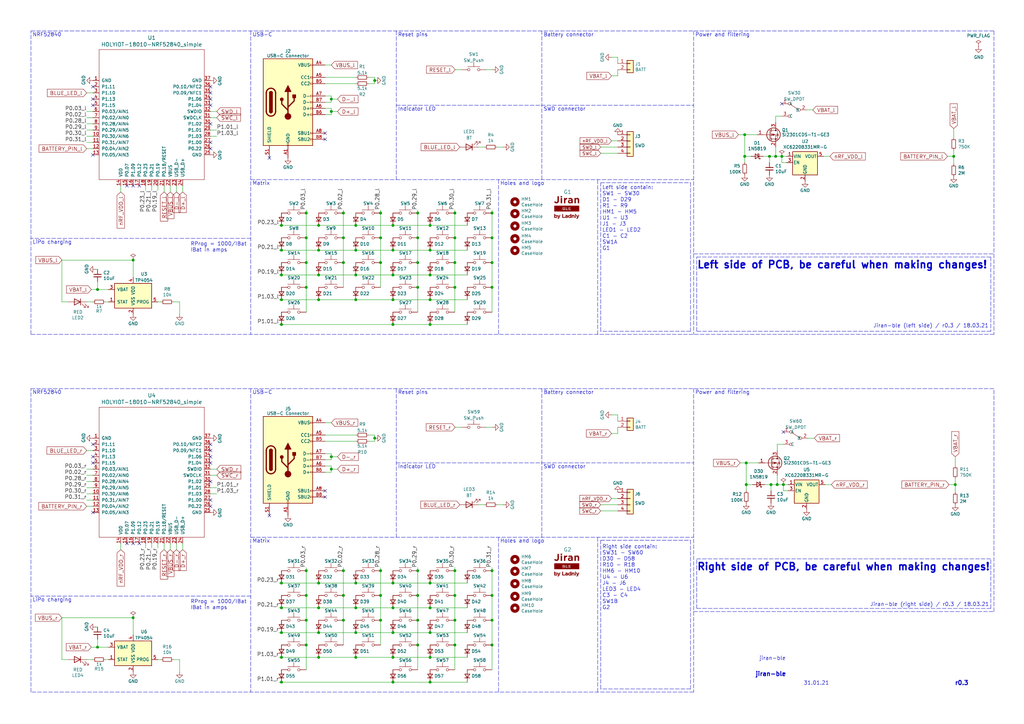
<source format=kicad_sch>
(kicad_sch (version 20210126) (generator eeschema)
  (paper "A3")
  (junction (at 40.005 118.745) (diameter 1.016))
  (junction (at 40.005 265.43) (diameter 1.016))
  (junction (at 54.61 106.68) (diameter 1.016))
  (junction (at 54.61 253.365) (diameter 1.016))
  (junction (at 115.443 92.456) (diameter 1.016))
  (junction (at 115.443 102.616) (diameter 1.016))
  (junction (at 115.443 112.776) (diameter 1.016))
  (junction (at 115.443 122.936) (diameter 1.016))
  (junction (at 115.443 133.096) (diameter 1.016))
  (junction (at 115.443 239.141) (diameter 1.016))
  (junction (at 115.443 249.301) (diameter 1.016))
  (junction (at 115.443 259.461) (diameter 1.016))
  (junction (at 115.443 269.621) (diameter 1.016))
  (junction (at 115.443 279.781) (diameter 1.016))
  (junction (at 125.603 87.376) (diameter 1.016))
  (junction (at 125.603 97.536) (diameter 1.016))
  (junction (at 125.603 107.696) (diameter 1.016))
  (junction (at 125.603 117.856) (diameter 1.016))
  (junction (at 125.603 234.061) (diameter 1.016))
  (junction (at 125.603 244.221) (diameter 1.016))
  (junction (at 125.603 254.381) (diameter 1.016))
  (junction (at 125.603 264.541) (diameter 1.016))
  (junction (at 130.683 92.456) (diameter 1.016))
  (junction (at 130.683 102.616) (diameter 1.016))
  (junction (at 130.683 112.776) (diameter 1.016))
  (junction (at 130.683 122.936) (diameter 1.016))
  (junction (at 130.683 239.141) (diameter 1.016))
  (junction (at 130.683 249.301) (diameter 1.016))
  (junction (at 130.683 259.461) (diameter 1.016))
  (junction (at 130.683 269.621) (diameter 1.016))
  (junction (at 135.89 40.64) (diameter 1.016))
  (junction (at 135.89 45.72) (diameter 1.016))
  (junction (at 135.89 187.325) (diameter 1.016))
  (junction (at 135.89 192.405) (diameter 1.016))
  (junction (at 140.843 87.376) (diameter 1.016))
  (junction (at 140.843 97.536) (diameter 1.016))
  (junction (at 140.843 107.696) (diameter 1.016))
  (junction (at 140.843 234.061) (diameter 1.016))
  (junction (at 140.843 244.221) (diameter 1.016))
  (junction (at 140.843 254.381) (diameter 1.016))
  (junction (at 145.923 92.456) (diameter 1.016))
  (junction (at 145.923 102.616) (diameter 1.016))
  (junction (at 145.923 112.776) (diameter 1.016))
  (junction (at 145.923 122.936) (diameter 1.016))
  (junction (at 145.923 239.141) (diameter 1.016))
  (junction (at 145.923 249.301) (diameter 1.016))
  (junction (at 145.923 259.461) (diameter 1.016))
  (junction (at 145.923 269.621) (diameter 1.016))
  (junction (at 153.67 33.02) (diameter 1.016))
  (junction (at 153.67 179.705) (diameter 1.016))
  (junction (at 156.083 87.376) (diameter 1.016))
  (junction (at 156.083 97.536) (diameter 1.016))
  (junction (at 156.083 107.696) (diameter 1.016))
  (junction (at 156.083 234.061) (diameter 1.016))
  (junction (at 156.083 244.221) (diameter 1.016))
  (junction (at 156.083 254.381) (diameter 1.016))
  (junction (at 161.163 92.456) (diameter 1.016))
  (junction (at 161.163 102.616) (diameter 1.016))
  (junction (at 161.163 112.776) (diameter 1.016))
  (junction (at 161.163 122.936) (diameter 1.016))
  (junction (at 161.163 133.096) (diameter 1.016))
  (junction (at 161.163 239.141) (diameter 1.016))
  (junction (at 161.163 249.301) (diameter 1.016))
  (junction (at 161.163 259.461) (diameter 1.016))
  (junction (at 161.163 269.621) (diameter 1.016))
  (junction (at 161.163 279.781) (diameter 1.016))
  (junction (at 171.323 87.376) (diameter 1.016))
  (junction (at 171.323 97.536) (diameter 1.016))
  (junction (at 171.323 107.696) (diameter 1.016))
  (junction (at 171.323 117.856) (diameter 1.016))
  (junction (at 171.323 234.061) (diameter 1.016))
  (junction (at 171.323 244.221) (diameter 1.016))
  (junction (at 171.323 254.381) (diameter 1.016))
  (junction (at 171.323 264.541) (diameter 1.016))
  (junction (at 176.403 92.456) (diameter 1.016))
  (junction (at 176.403 102.616) (diameter 1.016))
  (junction (at 176.403 112.776) (diameter 1.016))
  (junction (at 176.403 122.936) (diameter 1.016))
  (junction (at 176.403 133.096) (diameter 1.016))
  (junction (at 176.403 239.141) (diameter 1.016))
  (junction (at 176.403 249.301) (diameter 1.016))
  (junction (at 176.403 259.461) (diameter 1.016))
  (junction (at 176.403 269.621) (diameter 1.016))
  (junction (at 176.403 279.781) (diameter 1.016))
  (junction (at 186.563 87.376) (diameter 1.016))
  (junction (at 186.563 97.536) (diameter 1.016))
  (junction (at 186.563 107.696) (diameter 1.016))
  (junction (at 186.563 117.856) (diameter 1.016))
  (junction (at 186.563 234.061) (diameter 1.016))
  (junction (at 186.563 244.221) (diameter 1.016))
  (junction (at 186.563 254.381) (diameter 1.016))
  (junction (at 186.563 264.541) (diameter 1.016))
  (junction (at 201.803 87.376) (diameter 1.016))
  (junction (at 201.803 97.536) (diameter 1.016))
  (junction (at 201.803 107.696) (diameter 1.016))
  (junction (at 201.803 117.856) (diameter 1.016))
  (junction (at 201.803 234.061) (diameter 1.016))
  (junction (at 201.803 244.221) (diameter 1.016))
  (junction (at 201.803 254.381) (diameter 1.016))
  (junction (at 201.803 264.541) (diameter 1.016))
  (junction (at 305.435 55.245) (diameter 1.016))
  (junction (at 305.435 64.135) (diameter 1.016))
  (junction (at 306.07 189.865) (diameter 1.016))
  (junction (at 306.07 198.755) (diameter 1.016))
  (junction (at 315.595 64.135) (diameter 1.016))
  (junction (at 316.23 198.755) (diameter 1.016))
  (junction (at 318.135 64.135) (diameter 1.016))
  (junction (at 318.77 198.755) (diameter 1.016))
  (junction (at 320.675 64.135) (diameter 1.016))
  (junction (at 321.31 198.755) (diameter 1.016))
  (junction (at 391.16 64.135) (diameter 1.016))
  (junction (at 391.795 198.755) (diameter 1.016))
  (no_connect (at 38.1 35.56))
  (no_connect (at 38.1 40.64))
  (no_connect (at 38.1 43.18))
  (no_connect (at 38.1 63.5))
  (no_connect (at 38.1 182.245))
  (no_connect (at 38.1 187.325))
  (no_connect (at 38.1 189.865))
  (no_connect (at 38.1 210.185))
  (no_connect (at 52.07 76.2))
  (no_connect (at 52.07 222.885))
  (no_connect (at 54.61 76.2))
  (no_connect (at 54.61 222.885))
  (no_connect (at 57.15 76.2))
  (no_connect (at 57.15 222.885))
  (no_connect (at 86.36 35.56))
  (no_connect (at 86.36 38.1))
  (no_connect (at 86.36 40.64))
  (no_connect (at 86.36 43.18))
  (no_connect (at 86.36 50.8))
  (no_connect (at 86.36 58.42))
  (no_connect (at 86.36 60.96))
  (no_connect (at 86.36 182.245))
  (no_connect (at 86.36 184.785))
  (no_connect (at 86.36 187.325))
  (no_connect (at 86.36 189.865))
  (no_connect (at 86.36 197.485))
  (no_connect (at 86.36 205.105))
  (no_connect (at 86.36 207.645))
  (no_connect (at 110.49 64.77))
  (no_connect (at 110.49 211.455))
  (no_connect (at 133.35 54.61))
  (no_connect (at 133.35 57.15))
  (no_connect (at 133.35 201.295))
  (no_connect (at 133.35 203.835))
  (no_connect (at 320.675 42.545))
  (no_connect (at 321.31 177.165))
  (wire (pts (xy 25.4 106.68) (xy 25.4 123.825)))
  (wire (pts (xy 25.4 106.68) (xy 54.61 106.68)))
  (wire (pts (xy 25.4 123.825) (xy 27.94 123.825)))
  (wire (pts (xy 25.4 253.365) (xy 25.4 270.51)))
  (wire (pts (xy 25.4 253.365) (xy 54.61 253.365)))
  (wire (pts (xy 25.4 270.51) (xy 27.94 270.51)))
  (wire (pts (xy 35.56 38.1) (xy 38.1 38.1)))
  (wire (pts (xy 35.56 45.72) (xy 38.1 45.72)))
  (wire (pts (xy 35.56 48.26) (xy 38.1 48.26)))
  (wire (pts (xy 35.56 50.8) (xy 38.1 50.8)))
  (wire (pts (xy 35.56 53.34) (xy 38.1 53.34)))
  (wire (pts (xy 35.56 55.88) (xy 38.1 55.88)))
  (wire (pts (xy 35.56 58.42) (xy 38.1 58.42)))
  (wire (pts (xy 35.56 60.96) (xy 38.1 60.96)))
  (wire (pts (xy 35.56 123.825) (xy 38.1 123.825)))
  (wire (pts (xy 35.56 184.785) (xy 38.1 184.785)))
  (wire (pts (xy 35.56 192.405) (xy 38.1 192.405)))
  (wire (pts (xy 35.56 194.945) (xy 38.1 194.945)))
  (wire (pts (xy 35.56 197.485) (xy 38.1 197.485)))
  (wire (pts (xy 35.56 200.025) (xy 38.1 200.025)))
  (wire (pts (xy 35.56 202.565) (xy 38.1 202.565)))
  (wire (pts (xy 35.56 205.105) (xy 38.1 205.105)))
  (wire (pts (xy 35.56 207.645) (xy 38.1 207.645)))
  (wire (pts (xy 35.56 270.51) (xy 38.1 270.51)))
  (wire (pts (xy 39.37 110.49) (xy 40.005 110.49)))
  (wire (pts (xy 39.37 257.175) (xy 40.005 257.175)))
  (wire (pts (xy 40.005 115.57) (xy 40.005 118.745)))
  (wire (pts (xy 40.005 118.745) (xy 37.465 118.745)))
  (wire (pts (xy 40.005 118.745) (xy 44.45 118.745)))
  (wire (pts (xy 40.005 262.255) (xy 40.005 265.43)))
  (wire (pts (xy 40.005 265.43) (xy 37.465 265.43)))
  (wire (pts (xy 40.005 265.43) (xy 44.45 265.43)))
  (wire (pts (xy 43.18 123.825) (xy 44.45 123.825)))
  (wire (pts (xy 43.18 270.51) (xy 44.45 270.51)))
  (wire (pts (xy 49.53 78.74) (xy 49.53 76.2)))
  (wire (pts (xy 49.53 225.425) (xy 49.53 222.885)))
  (wire (pts (xy 54.61 113.665) (xy 54.61 106.68)))
  (wire (pts (xy 54.61 260.35) (xy 54.61 253.365)))
  (wire (pts (xy 59.69 78.105) (xy 59.69 76.2)))
  (wire (pts (xy 59.69 224.79) (xy 59.69 222.885)))
  (wire (pts (xy 62.23 78.105) (xy 62.23 76.2)))
  (wire (pts (xy 62.23 224.79) (xy 62.23 222.885)))
  (wire (pts (xy 64.77 78.105) (xy 64.77 76.2)))
  (wire (pts (xy 64.77 123.825) (xy 66.04 123.825)))
  (wire (pts (xy 64.77 224.79) (xy 64.77 222.885)))
  (wire (pts (xy 64.77 270.51) (xy 66.04 270.51)))
  (wire (pts (xy 67.31 78.74) (xy 67.31 76.2)))
  (wire (pts (xy 67.31 225.425) (xy 67.31 222.885)))
  (wire (pts (xy 69.85 78.74) (xy 69.85 76.2)))
  (wire (pts (xy 69.85 225.425) (xy 69.85 222.885)))
  (wire (pts (xy 71.12 123.825) (xy 73.66 123.825)))
  (wire (pts (xy 71.12 270.51) (xy 73.66 270.51)))
  (wire (pts (xy 72.39 76.2) (xy 72.39 78.74)))
  (wire (pts (xy 72.39 222.885) (xy 72.39 225.425)))
  (wire (pts (xy 73.66 128.905) (xy 73.66 123.825)))
  (wire (pts (xy 73.66 275.59) (xy 73.66 270.51)))
  (wire (pts (xy 74.93 78.74) (xy 74.93 76.2)))
  (wire (pts (xy 74.93 225.425) (xy 74.93 222.885)))
  (wire (pts (xy 86.36 53.34) (xy 88.9 53.34)))
  (wire (pts (xy 86.36 200.025) (xy 88.9 200.025)))
  (wire (pts (xy 88.9 45.72) (xy 86.36 45.72)))
  (wire (pts (xy 88.9 48.26) (xy 86.36 48.26)))
  (wire (pts (xy 88.9 55.88) (xy 86.36 55.88)))
  (wire (pts (xy 88.9 192.405) (xy 86.36 192.405)))
  (wire (pts (xy 88.9 194.945) (xy 86.36 194.945)))
  (wire (pts (xy 88.9 202.565) (xy 86.36 202.565)))
  (wire (pts (xy 114.427 92.456) (xy 115.443 92.456)))
  (wire (pts (xy 114.427 102.616) (xy 115.443 102.616)))
  (wire (pts (xy 114.427 112.776) (xy 115.443 112.776)))
  (wire (pts (xy 114.427 122.936) (xy 115.443 122.936)))
  (wire (pts (xy 114.427 133.096) (xy 115.443 133.096)))
  (wire (pts (xy 114.427 239.141) (xy 115.443 239.141)))
  (wire (pts (xy 114.427 249.301) (xy 115.443 249.301)))
  (wire (pts (xy 114.427 259.461) (xy 115.443 259.461)))
  (wire (pts (xy 114.427 269.621) (xy 115.443 269.621)))
  (wire (pts (xy 114.427 279.781) (xy 115.443 279.781)))
  (wire (pts (xy 115.443 92.456) (xy 130.683 92.456)))
  (wire (pts (xy 115.443 102.616) (xy 130.683 102.616)))
  (wire (pts (xy 115.443 112.776) (xy 130.683 112.776)))
  (wire (pts (xy 115.443 122.936) (xy 130.683 122.936)))
  (wire (pts (xy 115.443 133.096) (xy 161.163 133.096)))
  (wire (pts (xy 115.443 239.141) (xy 130.683 239.141)))
  (wire (pts (xy 115.443 249.301) (xy 130.683 249.301)))
  (wire (pts (xy 115.443 259.461) (xy 130.683 259.461)))
  (wire (pts (xy 115.443 269.621) (xy 130.683 269.621)))
  (wire (pts (xy 115.443 279.781) (xy 161.163 279.781)))
  (wire (pts (xy 125.603 86.106) (xy 125.603 87.376)))
  (wire (pts (xy 125.603 97.536) (xy 125.603 87.376)))
  (wire (pts (xy 125.603 107.696) (xy 125.603 97.536)))
  (wire (pts (xy 125.603 117.856) (xy 125.603 107.696)))
  (wire (pts (xy 125.603 128.016) (xy 125.603 117.856)))
  (wire (pts (xy 125.603 232.791) (xy 125.603 234.061)))
  (wire (pts (xy 125.603 244.221) (xy 125.603 234.061)))
  (wire (pts (xy 125.603 254.381) (xy 125.603 244.221)))
  (wire (pts (xy 125.603 264.541) (xy 125.603 254.381)))
  (wire (pts (xy 125.603 274.701) (xy 125.603 264.541)))
  (wire (pts (xy 130.683 92.456) (xy 145.923 92.456)))
  (wire (pts (xy 130.683 102.616) (xy 145.923 102.616)))
  (wire (pts (xy 130.683 112.776) (xy 145.923 112.776)))
  (wire (pts (xy 130.683 122.936) (xy 145.923 122.936)))
  (wire (pts (xy 130.683 239.141) (xy 145.923 239.141)))
  (wire (pts (xy 130.683 249.301) (xy 145.923 249.301)))
  (wire (pts (xy 130.683 259.461) (xy 145.923 259.461)))
  (wire (pts (xy 130.683 269.621) (xy 145.923 269.621)))
  (wire (pts (xy 133.35 39.37) (xy 135.89 39.37)))
  (wire (pts (xy 133.35 44.45) (xy 135.89 44.45)))
  (wire (pts (xy 133.35 186.055) (xy 135.89 186.055)))
  (wire (pts (xy 133.35 191.135) (xy 135.89 191.135)))
  (wire (pts (xy 135.89 26.67) (xy 133.35 26.67)))
  (wire (pts (xy 135.89 39.37) (xy 135.89 40.64)))
  (wire (pts (xy 135.89 40.64) (xy 135.89 41.91)))
  (wire (pts (xy 135.89 41.91) (xy 133.35 41.91)))
  (wire (pts (xy 135.89 44.45) (xy 135.89 45.72)))
  (wire (pts (xy 135.89 45.72) (xy 135.89 46.99)))
  (wire (pts (xy 135.89 46.99) (xy 133.35 46.99)))
  (wire (pts (xy 135.89 173.355) (xy 133.35 173.355)))
  (wire (pts (xy 135.89 186.055) (xy 135.89 187.325)))
  (wire (pts (xy 135.89 187.325) (xy 135.89 188.595)))
  (wire (pts (xy 135.89 188.595) (xy 133.35 188.595)))
  (wire (pts (xy 135.89 191.135) (xy 135.89 192.405)))
  (wire (pts (xy 135.89 192.405) (xy 135.89 193.675)))
  (wire (pts (xy 135.89 193.675) (xy 133.35 193.675)))
  (wire (pts (xy 138.43 40.64) (xy 135.89 40.64)))
  (wire (pts (xy 138.43 45.72) (xy 135.89 45.72)))
  (wire (pts (xy 138.43 187.325) (xy 135.89 187.325)))
  (wire (pts (xy 138.43 192.405) (xy 135.89 192.405)))
  (wire (pts (xy 140.843 86.106) (xy 140.843 87.376)))
  (wire (pts (xy 140.843 97.536) (xy 140.843 87.376)))
  (wire (pts (xy 140.843 107.696) (xy 140.843 97.536)))
  (wire (pts (xy 140.843 117.856) (xy 140.843 107.696)))
  (wire (pts (xy 140.843 232.791) (xy 140.843 234.061)))
  (wire (pts (xy 140.843 244.221) (xy 140.843 234.061)))
  (wire (pts (xy 140.843 254.381) (xy 140.843 244.221)))
  (wire (pts (xy 140.843 264.541) (xy 140.843 254.381)))
  (wire (pts (xy 145.923 92.456) (xy 161.163 92.456)))
  (wire (pts (xy 145.923 102.616) (xy 161.163 102.616)))
  (wire (pts (xy 145.923 112.776) (xy 161.163 112.776)))
  (wire (pts (xy 145.923 122.936) (xy 161.163 122.936)))
  (wire (pts (xy 145.923 239.141) (xy 161.163 239.141)))
  (wire (pts (xy 145.923 249.301) (xy 161.163 249.301)))
  (wire (pts (xy 145.923 259.461) (xy 161.163 259.461)))
  (wire (pts (xy 145.923 269.621) (xy 161.163 269.621)))
  (wire (pts (xy 146.05 31.75) (xy 133.35 31.75)))
  (wire (pts (xy 146.05 34.29) (xy 133.35 34.29)))
  (wire (pts (xy 146.05 178.435) (xy 133.35 178.435)))
  (wire (pts (xy 146.05 180.975) (xy 133.35 180.975)))
  (wire (pts (xy 151.13 31.75) (xy 153.67 31.75)))
  (wire (pts (xy 151.13 178.435) (xy 153.67 178.435)))
  (wire (pts (xy 153.67 31.75) (xy 153.67 33.02)))
  (wire (pts (xy 153.67 33.02) (xy 153.67 34.29)))
  (wire (pts (xy 153.67 34.29) (xy 151.13 34.29)))
  (wire (pts (xy 153.67 178.435) (xy 153.67 179.705)))
  (wire (pts (xy 153.67 179.705) (xy 153.67 180.975)))
  (wire (pts (xy 153.67 180.975) (xy 151.13 180.975)))
  (wire (pts (xy 156.083 86.106) (xy 156.083 87.376)))
  (wire (pts (xy 156.083 87.376) (xy 156.083 97.536)))
  (wire (pts (xy 156.083 97.536) (xy 156.083 107.696)))
  (wire (pts (xy 156.083 107.696) (xy 156.083 117.856)))
  (wire (pts (xy 156.083 232.791) (xy 156.083 234.061)))
  (wire (pts (xy 156.083 234.061) (xy 156.083 244.221)))
  (wire (pts (xy 156.083 244.221) (xy 156.083 254.381)))
  (wire (pts (xy 156.083 254.381) (xy 156.083 264.541)))
  (wire (pts (xy 161.163 92.456) (xy 176.403 92.456)))
  (wire (pts (xy 161.163 102.616) (xy 176.403 102.616)))
  (wire (pts (xy 161.163 112.776) (xy 176.403 112.776)))
  (wire (pts (xy 161.163 122.936) (xy 176.403 122.936)))
  (wire (pts (xy 161.163 133.096) (xy 176.403 133.096)))
  (wire (pts (xy 161.163 239.141) (xy 176.403 239.141)))
  (wire (pts (xy 161.163 249.301) (xy 176.403 249.301)))
  (wire (pts (xy 161.163 259.461) (xy 176.403 259.461)))
  (wire (pts (xy 161.163 269.621) (xy 176.403 269.621)))
  (wire (pts (xy 161.163 279.781) (xy 176.403 279.781)))
  (wire (pts (xy 171.323 86.106) (xy 171.323 87.376)))
  (wire (pts (xy 171.323 97.536) (xy 171.323 87.376)))
  (wire (pts (xy 171.323 107.696) (xy 171.323 97.536)))
  (wire (pts (xy 171.323 117.856) (xy 171.323 107.696)))
  (wire (pts (xy 171.323 128.016) (xy 171.323 117.856)))
  (wire (pts (xy 171.323 232.791) (xy 171.323 234.061)))
  (wire (pts (xy 171.323 244.221) (xy 171.323 234.061)))
  (wire (pts (xy 171.323 254.381) (xy 171.323 244.221)))
  (wire (pts (xy 171.323 264.541) (xy 171.323 254.381)))
  (wire (pts (xy 171.323 274.701) (xy 171.323 264.541)))
  (wire (pts (xy 176.403 92.456) (xy 191.643 92.456)))
  (wire (pts (xy 176.403 102.616) (xy 191.643 102.616)))
  (wire (pts (xy 176.403 112.776) (xy 191.643 112.776)))
  (wire (pts (xy 176.403 122.936) (xy 191.643 122.936)))
  (wire (pts (xy 176.403 133.096) (xy 191.643 133.096)))
  (wire (pts (xy 176.403 239.141) (xy 191.643 239.141)))
  (wire (pts (xy 176.403 249.301) (xy 191.643 249.301)))
  (wire (pts (xy 176.403 259.461) (xy 191.643 259.461)))
  (wire (pts (xy 176.403 269.621) (xy 191.643 269.621)))
  (wire (pts (xy 176.403 279.781) (xy 191.643 279.781)))
  (wire (pts (xy 186.563 86.106) (xy 186.563 87.376)))
  (wire (pts (xy 186.563 97.536) (xy 186.563 87.376)))
  (wire (pts (xy 186.563 107.696) (xy 186.563 97.536)))
  (wire (pts (xy 186.563 117.856) (xy 186.563 107.696)))
  (wire (pts (xy 186.563 128.016) (xy 186.563 117.856)))
  (wire (pts (xy 186.563 232.791) (xy 186.563 234.061)))
  (wire (pts (xy 186.563 244.221) (xy 186.563 234.061)))
  (wire (pts (xy 186.563 254.381) (xy 186.563 244.221)))
  (wire (pts (xy 186.563 264.541) (xy 186.563 254.381)))
  (wire (pts (xy 186.563 274.701) (xy 186.563 264.541)))
  (wire (pts (xy 186.69 28.575) (xy 189.23 28.575)))
  (wire (pts (xy 186.69 175.26) (xy 189.23 175.26)))
  (wire (pts (xy 198.755 60.325) (xy 196.215 60.325)))
  (wire (pts (xy 198.755 207.01) (xy 196.215 207.01)))
  (wire (pts (xy 199.39 28.575) (xy 201.93 28.575)))
  (wire (pts (xy 199.39 175.26) (xy 201.93 175.26)))
  (wire (pts (xy 201.803 86.106) (xy 201.803 87.376)))
  (wire (pts (xy 201.803 87.376) (xy 201.803 97.536)))
  (wire (pts (xy 201.803 107.696) (xy 201.803 97.536)))
  (wire (pts (xy 201.803 117.856) (xy 201.803 107.696)))
  (wire (pts (xy 201.803 128.016) (xy 201.803 117.856)))
  (wire (pts (xy 201.803 232.791) (xy 201.803 234.061)))
  (wire (pts (xy 201.803 234.061) (xy 201.803 244.221)))
  (wire (pts (xy 201.803 254.381) (xy 201.803 244.221)))
  (wire (pts (xy 201.803 264.541) (xy 201.803 254.381)))
  (wire (pts (xy 201.803 274.701) (xy 201.803 264.541)))
  (wire (pts (xy 206.375 60.325) (xy 203.835 60.325)))
  (wire (pts (xy 206.375 207.01) (xy 203.835 207.01)))
  (wire (pts (xy 246.38 60.325) (xy 253.365 60.325)))
  (wire (pts (xy 246.38 62.865) (xy 253.365 62.865)))
  (wire (pts (xy 246.38 207.01) (xy 253.365 207.01)))
  (wire (pts (xy 246.38 209.55) (xy 253.365 209.55)))
  (wire (pts (xy 250.825 23.495) (xy 253.365 23.495)))
  (wire (pts (xy 250.825 57.785) (xy 253.365 57.785)))
  (wire (pts (xy 250.825 170.18) (xy 253.365 170.18)))
  (wire (pts (xy 250.825 204.47) (xy 253.365 204.47)))
  (wire (pts (xy 253.365 23.495) (xy 253.365 26.035)))
  (wire (pts (xy 253.365 28.575) (xy 253.365 31.115)))
  (wire (pts (xy 253.365 31.115) (xy 250.825 31.115)))
  (wire (pts (xy 253.365 170.18) (xy 253.365 172.72)))
  (wire (pts (xy 253.365 175.26) (xy 253.365 177.8)))
  (wire (pts (xy 253.365 177.8) (xy 250.825 177.8)))
  (wire (pts (xy 302.895 55.245) (xy 305.435 55.245)))
  (wire (pts (xy 303.53 189.865) (xy 306.07 189.865)))
  (wire (pts (xy 305.435 64.135) (xy 305.435 55.245)))
  (wire (pts (xy 305.435 64.135) (xy 307.975 64.135)))
  (wire (pts (xy 305.435 66.675) (xy 305.435 64.135)))
  (wire (pts (xy 306.07 198.755) (xy 306.07 189.865)))
  (wire (pts (xy 306.07 198.755) (xy 308.61 198.755)))
  (wire (pts (xy 306.07 201.295) (xy 306.07 198.755)))
  (wire (pts (xy 310.515 55.245) (xy 305.435 55.245)))
  (wire (pts (xy 311.15 189.865) (xy 306.07 189.865)))
  (wire (pts (xy 313.055 64.135) (xy 315.595 64.135)))
  (wire (pts (xy 313.69 198.755) (xy 316.23 198.755)))
  (wire (pts (xy 315.595 64.135) (xy 318.135 64.135)))
  (wire (pts (xy 315.595 66.675) (xy 315.595 64.135)))
  (wire (pts (xy 316.23 198.755) (xy 318.77 198.755)))
  (wire (pts (xy 316.23 201.295) (xy 316.23 198.755)))
  (wire (pts (xy 318.135 47.625) (xy 318.135 50.165)))
  (wire (pts (xy 318.135 47.625) (xy 320.675 47.625)))
  (wire (pts (xy 318.135 60.325) (xy 318.135 64.135)))
  (wire (pts (xy 318.77 182.245) (xy 318.77 184.785)))
  (wire (pts (xy 318.77 182.245) (xy 321.31 182.245)))
  (wire (pts (xy 318.77 194.945) (xy 318.77 198.755)))
  (wire (pts (xy 320.675 64.135) (xy 318.135 64.135)))
  (wire (pts (xy 320.675 66.675) (xy 320.675 64.135)))
  (wire (pts (xy 321.31 198.755) (xy 318.77 198.755)))
  (wire (pts (xy 321.31 201.295) (xy 321.31 198.755)))
  (wire (pts (xy 322.58 64.135) (xy 320.675 64.135)))
  (wire (pts (xy 322.58 66.675) (xy 320.675 66.675)))
  (wire (pts (xy 323.215 198.755) (xy 321.31 198.755)))
  (wire (pts (xy 323.215 201.295) (xy 321.31 201.295)))
  (wire (pts (xy 330.835 45.085) (xy 333.375 45.085)))
  (wire (pts (xy 331.47 179.705) (xy 334.01 179.705)))
  (wire (pts (xy 340.36 64.135) (xy 337.82 64.135)))
  (wire (pts (xy 340.995 198.755) (xy 338.455 198.755)))
  (wire (pts (xy 388.62 64.135) (xy 391.16 64.135)))
  (wire (pts (xy 389.255 198.755) (xy 391.795 198.755)))
  (wire (pts (xy 391.16 52.705) (xy 391.16 56.515)))
  (wire (pts (xy 391.16 61.595) (xy 391.16 64.135)))
  (wire (pts (xy 391.16 64.135) (xy 391.16 67.31)))
  (wire (pts (xy 391.795 187.325) (xy 391.795 191.135)))
  (wire (pts (xy 391.795 196.215) (xy 391.795 198.755)))
  (wire (pts (xy 391.795 198.755) (xy 391.795 201.93)))
  (polyline (pts (xy 12.7 12.7) (xy 407.67 12.7)) (stroke (width 0) (type dash)))
  (polyline (pts (xy 12.7 137.16) (xy 12.7 12.7)) (stroke (width 0) (type dash)))
  (polyline (pts (xy 12.7 159.385) (xy 407.67 159.385)) (stroke (width 0) (type dash)))
  (polyline (pts (xy 12.7 283.845) (xy 12.7 159.385)) (stroke (width 0) (type dash)))
  (polyline (pts (xy 102.87 12.7) (xy 102.87 137.16)) (stroke (width 0) (type dash)))
  (polyline (pts (xy 102.87 73.66) (xy 284.48 73.66)) (stroke (width 0) (type dash)))
  (polyline (pts (xy 102.87 97.79) (xy 12.7 97.79)) (stroke (width 0) (type dash)))
  (polyline (pts (xy 102.87 159.385) (xy 102.87 283.845)) (stroke (width 0) (type dash)))
  (polyline (pts (xy 102.87 220.345) (xy 284.48 220.345)) (stroke (width 0) (type dash)))
  (polyline (pts (xy 102.87 244.475) (xy 12.7 244.475)) (stroke (width 0) (type dash)))
  (polyline (pts (xy 162.56 12.7) (xy 162.56 73.66)) (stroke (width 0) (type dash)))
  (polyline (pts (xy 162.56 43.18) (xy 284.48 43.18)) (stroke (width 0) (type dash)))
  (polyline (pts (xy 162.56 159.385) (xy 162.56 220.345)) (stroke (width 0) (type dash)))
  (polyline (pts (xy 162.56 189.865) (xy 284.48 189.865)) (stroke (width 0) (type dash)))
  (polyline (pts (xy 204.47 73.66) (xy 204.47 137.16)) (stroke (width 0) (type dash)))
  (polyline (pts (xy 204.47 220.345) (xy 204.47 283.845)) (stroke (width 0) (type dash)))
  (polyline (pts (xy 222.25 73.66) (xy 222.25 12.7)) (stroke (width 0) (type dash)))
  (polyline (pts (xy 222.25 220.345) (xy 222.25 159.385)) (stroke (width 0) (type dash)))
  (polyline (pts (xy 245.11 137.16) (xy 245.11 73.66)) (stroke (width 0) (type dash)))
  (polyline (pts (xy 245.11 283.845) (xy 245.11 220.345)) (stroke (width 0) (type dash)))
  (polyline (pts (xy 246.38 74.93) (xy 283.21 74.93)) (stroke (width 0) (type dash)))
  (polyline (pts (xy 246.38 135.89) (xy 246.38 74.93)) (stroke (width 0) (type dash)))
  (polyline (pts (xy 246.38 221.615) (xy 283.21 221.615)) (stroke (width 0) (type dash)))
  (polyline (pts (xy 246.38 282.575) (xy 246.38 221.615)) (stroke (width 0) (type dash)))
  (polyline (pts (xy 283.21 74.93) (xy 283.21 135.89)) (stroke (width 0) (type dash)))
  (polyline (pts (xy 283.21 135.89) (xy 246.38 135.89)) (stroke (width 0) (type dash)))
  (polyline (pts (xy 283.21 221.615) (xy 283.21 282.575)) (stroke (width 0) (type dash)))
  (polyline (pts (xy 283.21 282.575) (xy 246.38 282.575)) (stroke (width 0) (type dash)))
  (polyline (pts (xy 284.48 12.7) (xy 284.48 137.16)) (stroke (width 0) (type dash)))
  (polyline (pts (xy 284.48 104.14) (xy 407.67 104.14)) (stroke (width 0) (type dash)))
  (polyline (pts (xy 284.48 159.385) (xy 284.48 283.845)) (stroke (width 0) (type dash)))
  (polyline (pts (xy 284.48 250.825) (xy 407.67 250.825)) (stroke (width 0) (type dash)))
  (polyline (pts (xy 284.48 283.845) (xy 12.7 283.845)) (stroke (width 0) (type dash)))
  (polyline (pts (xy 285.75 105.41) (xy 406.4 105.41)) (stroke (width 0) (type dash)))
  (polyline (pts (xy 285.75 135.89) (xy 285.75 105.41)) (stroke (width 0) (type dash)))
  (polyline (pts (xy 285.75 229.235) (xy 406.4 229.235)) (stroke (width 0) (type dash)))
  (polyline (pts (xy 285.75 249.555) (xy 285.75 229.235)) (stroke (width 0) (type dash)))
  (polyline (pts (xy 406.4 105.41) (xy 406.4 135.89)) (stroke (width 0) (type dash)))
  (polyline (pts (xy 406.4 135.89) (xy 285.75 135.89)) (stroke (width 0) (type dash)))
  (polyline (pts (xy 406.4 249.555) (xy 285.75 249.555)) (stroke (width 0) (type dash)))
  (polyline (pts (xy 406.4 249.555) (xy 406.4 229.235)) (stroke (width 0) (type dash)))
  (polyline (pts (xy 407.67 12.7) (xy 407.67 137.16)) (stroke (width 0) (type dash)))
  (polyline (pts (xy 407.67 137.16) (xy 12.7 137.16)) (stroke (width 0) (type dash)))
  (polyline (pts (xy 407.67 250.825) (xy 407.67 159.385)) (stroke (width 0) (type dash)))
  (text "NRF52840" (at 13.335 15.24 0) (effects (font (size 1.524 1.524)) (justify left bottom)))
  (text "LiPo charging\n" (at 13.335 100.33 0) (effects (font (size 1.524 1.524)) (justify left bottom)))
  (text "NRF52840" (at 13.335 161.925 0) (effects (font (size 1.524 1.524)) (justify left bottom)))
  (text "LiPo charging\n" (at 13.335 247.015 0) (effects (font (size 1.524 1.524)) (justify left bottom)))
  (text "RProg = 1000/IBat\nIBat in amps" (at 78.105 103.505 0) (effects (font (size 1.524 1.524)) (justify left bottom)))
  (text "RProg = 1000/IBat\nIBat in amps" (at 78.105 250.19 0) (effects (font (size 1.524 1.524)) (justify left bottom)))
  (text "USB-C" (at 103.505 15.24 0) (effects (font (size 1.524 1.524)) (justify left bottom)))
  (text "Matrix" (at 103.505 76.2 0) (effects (font (size 1.5494 1.5494)) (justify left bottom)))
  (text "USB-C" (at 103.505 161.925 0) (effects (font (size 1.524 1.524)) (justify left bottom)))
  (text "Matrix" (at 103.505 222.885 0) (effects (font (size 1.5494 1.5494)) (justify left bottom)))
  (text "Reset pins" (at 163.195 15.24 0) (effects (font (size 1.524 1.524)) (justify left bottom)))
  (text "Indicator LED" (at 163.195 45.72 0) (effects (font (size 1.524 1.524)) (justify left bottom)))
  (text "Reset pins" (at 163.195 161.925 0) (effects (font (size 1.524 1.524)) (justify left bottom)))
  (text "Indicator LED" (at 163.195 192.405 0) (effects (font (size 1.524 1.524)) (justify left bottom)))
  (text "Holes and logo" (at 205.105 76.2 0) (effects (font (size 1.5494 1.5494)) (justify left bottom)))
  (text "Holes and logo" (at 205.105 222.885 0) (effects (font (size 1.5494 1.5494)) (justify left bottom)))
  (text "Battery connector" (at 222.885 15.24 0) (effects (font (size 1.524 1.524)) (justify left bottom)))
  (text "SWD connector" (at 222.885 45.72 0) (effects (font (size 1.524 1.524)) (justify left bottom)))
  (text "Battery connector" (at 222.885 161.925 0) (effects (font (size 1.524 1.524)) (justify left bottom)))
  (text "SWD connector" (at 222.885 192.405 0) (effects (font (size 1.524 1.524)) (justify left bottom)))
  (text "Left side contain:\nSW1 - SW30\nD1 - D29\nR1 - R9\nHM1 - HM5\nU1 - U3\nJ1 - J3\nLED1 - LED2\nC1 - C2\nSW1A\nG1\n" (at 247.015 102.87 0) (effects (font (size 1.5494 1.5494)) (justify left bottom)))
  (text "Right side contain:\nSW31 - SW60\nD30 - D58\nR10 - R18\nHM6 - HM10\nU4 - U6\nJ4 - J6\nLED3 - LED4\nC3 - C4\nSW1B\nG2\n" (at 247.015 250.19 0) (effects (font (size 1.5494 1.5494)) (justify left bottom)))
  (text "Power and filtering" (at 285.115 15.24 0) (effects (font (size 1.524 1.524)) (justify left bottom)))
  (text "Power and filtering" (at 285.115 161.925 0) (effects (font (size 1.524 1.524)) (justify left bottom)))
  (text "Left side of PCB, be careful when making changes!" (at 285.75 110.49 0) (effects (font (size 2.9972 2.9972) (thickness 0.5994) bold) (justify left bottom)))
  (text "Right side of PCB, be careful when making changes!" (at 285.75 234.315 0) (effects (font (size 2.9464 2.9464) (thickness 0.5893) bold) (justify left bottom)))
  (text "jiran-ble" (at 309.753 277.622 0) (effects (font (size 1.778 1.778) (thickness 0.3556) bold) (justify left bottom)))
  (text "jiran-ble" (at 311.404 271.018 0) (effects (font (size 1.5494 1.5494)) (justify left bottom)))
  (text "31.01.21" (at 329.565 281.178 0) (effects (font (size 1.5494 1.5494)) (justify left bottom)))
  (text "Jiran-ble (right side) / r0.3 / 18.03.21" (at 356.87 248.92 0) (effects (font (size 1.5494 1.5494)) (justify left bottom)))
  (text "Jiran-ble (left side) / r0.3 / 18.03.21" (at 358.14 134.62 0) (effects (font (size 1.5494 1.5494)) (justify left bottom)))
  (text "r0.3" (at 391.541 281.305 0) (effects (font (size 1.778 1.778) (thickness 0.3556) bold) (justify left bottom)))
  (label "P0.03_l" (at 35.56 45.72 180) (effects (font (size 1.5494 1.5494))))
  (label "P0.02_l" (at 35.56 48.26 180) (effects (font (size 1.5494 1.5494))))
  (label "P0.28_l" (at 35.56 50.8 180) (effects (font (size 1.5494 1.5494))))
  (label "P0.29_l" (at 35.56 53.34 180) (effects (font (size 1.5494 1.5494))))
  (label "P0.30_l" (at 35.56 55.88 180) (effects (font (size 1.5494 1.5494))))
  (label "P0.31_l" (at 35.56 58.42 180) (effects (font (size 1.5494 1.5494))))
  (label "P0.03_r" (at 35.56 192.405 180) (effects (font (size 1.5494 1.5494))))
  (label "P0.02_r" (at 35.56 194.945 180) (effects (font (size 1.5494 1.5494))))
  (label "P0.28_r" (at 35.56 197.485 180) (effects (font (size 1.5494 1.5494))))
  (label "P0.29_r" (at 35.56 200.025 180) (effects (font (size 1.5494 1.5494))))
  (label "P0.30_r" (at 35.56 202.565 180) (effects (font (size 1.5494 1.5494))))
  (label "P0.31_r" (at 35.56 205.105 180) (effects (font (size 1.5494 1.5494))))
  (label "P0.23_l" (at 59.69 78.105 270) (effects (font (size 1.5494 1.5494))))
  (label "P0.23_r" (at 59.69 224.79 270) (effects (font (size 1.5494 1.5494))))
  (label "P0.21_l" (at 62.23 78.105 270) (effects (font (size 1.5494 1.5494))))
  (label "P0.21_r" (at 62.23 224.79 270) (effects (font (size 1.5494 1.5494))))
  (label "P0.19_l" (at 64.77 78.105 270) (effects (font (size 1.5494 1.5494))))
  (label "P0.19_r" (at 64.77 224.79 270) (effects (font (size 1.5494 1.5494))))
  (label "P1.01_l" (at 88.9 53.34 0) (effects (font (size 1.5494 1.5494))))
  (label "P1.03_l" (at 88.9 55.88 0) (effects (font (size 1.5494 1.5494))))
  (label "P1.01_r" (at 88.9 200.025 0) (effects (font (size 1.5494 1.5494))))
  (label "P1.03_r" (at 88.9 202.565 0) (effects (font (size 1.5494 1.5494))))
  (label "P0.23_l" (at 114.427 92.456 180) (effects (font (size 1.5494 1.5494))))
  (label "P0.21_l" (at 114.427 102.616 180) (effects (font (size 1.5494 1.5494))))
  (label "P0.19_l" (at 114.427 112.776 180) (effects (font (size 1.5494 1.5494))))
  (label "P1.03_l" (at 114.427 122.936 180) (effects (font (size 1.5494 1.5494))))
  (label "P1.01_l" (at 114.427 133.096 180) (effects (font (size 1.5494 1.5494))))
  (label "P0.23_r" (at 114.427 239.141 180) (effects (font (size 1.5494 1.5494))))
  (label "P0.21_r" (at 114.427 249.301 180) (effects (font (size 1.5494 1.5494))))
  (label "P0.19_r" (at 114.427 259.461 180) (effects (font (size 1.5494 1.5494))))
  (label "P1.03_r" (at 114.427 269.621 180) (effects (font (size 1.5494 1.5494))))
  (label "P1.01_r" (at 114.427 279.781 180) (effects (font (size 1.5494 1.5494))))
  (label "P0.03_l" (at 125.603 86.106 90) (effects (font (size 1.5494 1.5494))))
  (label "P0.03_r" (at 125.603 232.791 90) (effects (font (size 1.5494 1.5494))))
  (label "P0.02_l" (at 140.843 86.106 90) (effects (font (size 1.5494 1.5494))))
  (label "P0.02_r" (at 140.843 232.791 90) (effects (font (size 1.5494 1.5494))))
  (label "P0.28_l" (at 156.083 86.106 90) (effects (font (size 1.5494 1.5494))))
  (label "P0.28_r" (at 156.083 232.791 90) (effects (font (size 1.5494 1.5494))))
  (label "P0.29_l" (at 171.323 86.106 90) (effects (font (size 1.5494 1.5494))))
  (label "P0.29_r" (at 171.323 232.791 90) (effects (font (size 1.5494 1.5494))))
  (label "P0.30_l" (at 186.563 86.106 90) (effects (font (size 1.5494 1.5494))))
  (label "P0.30_r" (at 186.563 232.791 90) (effects (font (size 1.5494 1.5494))))
  (label "P0.31_l" (at 201.803 86.106 90) (effects (font (size 1.5494 1.5494))))
  (label "P0.31_r" (at 201.803 232.791 90) (effects (font (size 1.5494 1.5494))))
  (global_label "VBUS_l" (shape input) (at 25.4 106.68 180) (effects (font (size 1.524 1.524))) (property "Intersheet References" "${INTERSHEET_REFS}" (effects hide)))
  (global_label "VBUS_r" (shape input) (at 25.4 253.365 180) (effects (font (size 1.524 1.524))) (property "Intersheet References" "${INTERSHEET_REFS}" (effects hide)))
  (global_label "BLUE_LED_l" (shape input) (at 35.56 38.1 180) (effects (font (size 1.5494 1.5494))) (property "Intersheet References" "${INTERSHEET_REFS}" (effects hide)))
  (global_label "BATTERY_PIN_l" (shape input) (at 35.56 60.96 180) (effects (font (size 1.5494 1.5494))) (property "Intersheet References" "${INTERSHEET_REFS}" (effects hide)))
  (global_label "BLUE_LED_r" (shape input) (at 35.56 184.785 180) (effects (font (size 1.5494 1.5494))) (property "Intersheet References" "${INTERSHEET_REFS}" (effects hide)))
  (global_label "BATTERY_PIN_r" (shape input) (at 35.56 207.645 180) (effects (font (size 1.5494 1.5494))) (property "Intersheet References" "${INTERSHEET_REFS}" (effects hide)))
  (global_label "VBAT_l" (shape input) (at 37.465 118.745 180) (effects (font (size 1.524 1.524))) (property "Intersheet References" "${INTERSHEET_REFS}" (effects hide)))
  (global_label "VBAT_r" (shape input) (at 37.465 265.43 180) (effects (font (size 1.524 1.524))) (property "Intersheet References" "${INTERSHEET_REFS}" (effects hide)))
  (global_label "nRF_VDD_l" (shape input) (at 49.53 78.74 270) (effects (font (size 1.5494 1.5494))) (property "Intersheet References" "${INTERSHEET_REFS}" (effects hide)))
  (global_label "nRF_VDD_r" (shape input) (at 49.53 225.425 270) (effects (font (size 1.5494 1.5494))) (property "Intersheet References" "${INTERSHEET_REFS}" (effects hide)))
  (global_label "RESET_l" (shape input) (at 67.31 78.74 270) (effects (font (size 1.5494 1.5494))) (property "Intersheet References" "${INTERSHEET_REFS}" (effects hide)))
  (global_label "RESET_r" (shape input) (at 67.31 225.425 270) (effects (font (size 1.5494 1.5494))) (property "Intersheet References" "${INTERSHEET_REFS}" (effects hide)))
  (global_label "VBUS_l" (shape input) (at 69.85 78.74 270) (effects (font (size 1.5494 1.5494))) (property "Intersheet References" "${INTERSHEET_REFS}" (effects hide)))
  (global_label "VBUS_r" (shape input) (at 69.85 225.425 270) (effects (font (size 1.5494 1.5494))) (property "Intersheet References" "${INTERSHEET_REFS}" (effects hide)))
  (global_label "D-_l" (shape input) (at 72.39 78.74 270) (effects (font (size 1.5494 1.5494))) (property "Intersheet References" "${INTERSHEET_REFS}" (effects hide)))
  (global_label "D-_r" (shape input) (at 72.39 225.425 270) (effects (font (size 1.5494 1.5494))) (property "Intersheet References" "${INTERSHEET_REFS}" (effects hide)))
  (global_label "D+_l" (shape input) (at 74.93 78.74 270) (effects (font (size 1.5494 1.5494))) (property "Intersheet References" "${INTERSHEET_REFS}" (effects hide)))
  (global_label "D+_r" (shape input) (at 74.93 225.425 270) (effects (font (size 1.5494 1.5494))) (property "Intersheet References" "${INTERSHEET_REFS}" (effects hide)))
  (global_label "SWD_l" (shape input) (at 88.9 45.72 0) (effects (font (size 1.5494 1.5494))) (property "Intersheet References" "${INTERSHEET_REFS}" (effects hide)))
  (global_label "SWC_l" (shape input) (at 88.9 48.26 0) (effects (font (size 1.5494 1.5494))) (property "Intersheet References" "${INTERSHEET_REFS}" (effects hide)))
  (global_label "SWD_r" (shape input) (at 88.9 192.405 0) (effects (font (size 1.5494 1.5494))) (property "Intersheet References" "${INTERSHEET_REFS}" (effects hide)))
  (global_label "SWC_r" (shape input) (at 88.9 194.945 0) (effects (font (size 1.5494 1.5494))) (property "Intersheet References" "${INTERSHEET_REFS}" (effects hide)))
  (global_label "VBUS_l" (shape input) (at 135.89 26.67 0) (effects (font (size 1.524 1.524))) (property "Intersheet References" "${INTERSHEET_REFS}" (effects hide)))
  (global_label "VBUS_r" (shape input) (at 135.89 173.355 0) (effects (font (size 1.524 1.524))) (property "Intersheet References" "${INTERSHEET_REFS}" (effects hide)))
  (global_label "D-_l" (shape input) (at 138.43 40.64 0) (effects (font (size 1.5494 1.5494))) (property "Intersheet References" "${INTERSHEET_REFS}" (effects hide)))
  (global_label "D+_l" (shape input) (at 138.43 45.72 0) (effects (font (size 1.5494 1.5494))) (property "Intersheet References" "${INTERSHEET_REFS}" (effects hide)))
  (global_label "D-_r" (shape input) (at 138.43 187.325 0) (effects (font (size 1.5494 1.5494))) (property "Intersheet References" "${INTERSHEET_REFS}" (effects hide)))
  (global_label "D+_r" (shape input) (at 138.43 192.405 0) (effects (font (size 1.5494 1.5494))) (property "Intersheet References" "${INTERSHEET_REFS}" (effects hide)))
  (global_label "RESET_l" (shape input) (at 186.69 28.575 180) (effects (font (size 1.524 1.524))) (property "Intersheet References" "${INTERSHEET_REFS}" (effects hide)))
  (global_label "RESET_r" (shape input) (at 186.69 175.26 180) (effects (font (size 1.524 1.524))) (property "Intersheet References" "${INTERSHEET_REFS}" (effects hide)))
  (global_label "BLUE_LED_l" (shape input) (at 188.595 60.325 180) (effects (font (size 1.524 1.524))) (property "Intersheet References" "${INTERSHEET_REFS}" (effects hide)))
  (global_label "BLUE_LED_r" (shape input) (at 188.595 207.01 180) (effects (font (size 1.524 1.524))) (property "Intersheet References" "${INTERSHEET_REFS}" (effects hide)))
  (global_label "SWD_l" (shape input) (at 246.38 60.325 180) (effects (font (size 1.35 1.35))) (property "Intersheet References" "${INTERSHEET_REFS}" (effects hide)))
  (global_label "SWC_l" (shape input) (at 246.38 62.865 180) (effects (font (size 1.35 1.35))) (property "Intersheet References" "${INTERSHEET_REFS}" (effects hide)))
  (global_label "SWD_r" (shape input) (at 246.38 207.01 180) (effects (font (size 1.35 1.35))) (property "Intersheet References" "${INTERSHEET_REFS}" (effects hide)))
  (global_label "SWC_r" (shape input) (at 246.38 209.55 180) (effects (font (size 1.35 1.35))) (property "Intersheet References" "${INTERSHEET_REFS}" (effects hide)))
  (global_label "VBAT_l" (shape input) (at 250.825 31.115 180) (effects (font (size 1.524 1.524))) (property "Intersheet References" "${INTERSHEET_REFS}" (effects hide)))
  (global_label "nRF_VDD_l" (shape input) (at 250.825 57.785 180) (effects (font (size 1.35 1.35))) (property "Intersheet References" "${INTERSHEET_REFS}" (effects hide)))
  (global_label "VBAT_r" (shape input) (at 250.825 177.8 180) (effects (font (size 1.524 1.524))) (property "Intersheet References" "${INTERSHEET_REFS}" (effects hide)))
  (global_label "nRF_VDD_r" (shape input) (at 250.825 204.47 180) (effects (font (size 1.35 1.35))) (property "Intersheet References" "${INTERSHEET_REFS}" (effects hide)))
  (global_label "VBUS_l" (shape input) (at 302.895 55.245 180) (effects (font (size 1.524 1.524))) (property "Intersheet References" "${INTERSHEET_REFS}" (effects hide)))
  (global_label "VBUS_r" (shape input) (at 303.53 189.865 180) (effects (font (size 1.524 1.524))) (property "Intersheet References" "${INTERSHEET_REFS}" (effects hide)))
  (global_label "VBAT_l" (shape input) (at 333.375 45.085 0) (effects (font (size 1.524 1.524))) (property "Intersheet References" "${INTERSHEET_REFS}" (effects hide)))
  (global_label "VBAT_r" (shape input) (at 334.01 179.705 0) (effects (font (size 1.524 1.524))) (property "Intersheet References" "${INTERSHEET_REFS}" (effects hide)))
  (global_label "nRF_VDD_l" (shape input) (at 340.36 64.135 0) (effects (font (size 1.524 1.524))) (property "Intersheet References" "${INTERSHEET_REFS}" (effects hide)))
  (global_label "nRF_VDD_r" (shape input) (at 340.995 198.755 0) (effects (font (size 1.524 1.524))) (property "Intersheet References" "${INTERSHEET_REFS}" (effects hide)))
  (global_label "BATTERY_PIN_l" (shape input) (at 388.62 64.135 180) (effects (font (size 1.524 1.524))) (property "Intersheet References" "${INTERSHEET_REFS}" (effects hide)))
  (global_label "BATTERY_PIN_r" (shape input) (at 389.255 198.755 180) (effects (font (size 1.524 1.524))) (property "Intersheet References" "${INTERSHEET_REFS}" (effects hide)))
  (global_label "VBAT_l" (shape input) (at 391.16 52.705 90) (effects (font (size 1.524 1.524))) (property "Intersheet References" "${INTERSHEET_REFS}" (effects hide)))
  (global_label "VBAT_r" (shape input) (at 391.795 187.325 90) (effects (font (size 1.524 1.524))) (property "Intersheet References" "${INTERSHEET_REFS}" (effects hide)))
  (symbol (lib_id "power:PWR_FLAG") (at 54.61 106.68 0) (unit 1)
    (property "Reference" "#FLG03" (effects hide))
    (property "Value" "PWR_FLAG" (effects hide))
  )
  (symbol (lib_id "power:PWR_FLAG") (at 54.61 253.365 0) (unit 1)
    (property "Reference" "#FLG05" (effects hide))
    (property "Value" "PWR_FLAG" (effects hide))
  )
  (symbol (lib_id "power:PWR_FLAG") (at 320.675 64.135 0) (unit 1)
    (property "Reference" "#FLG02" (effects hide))
    (property "Value" "PWR_FLAG" (effects hide))
  )
  (symbol (lib_id "power:PWR_FLAG") (at 321.31 198.755 0) (unit 1)
    (property "Reference" "#FLG04" (effects hide))
    (property "Value" "PWR_FLAG" (effects hide))
  )
  (symbol (lib_id "power:PWR_FLAG") (at 401.32 19.05 0) (unit 1)
    (property "Reference" "#FLG01" (effects hide))
    (property "Value" "PWR_FLAG" (at 401.32 14.6558 0))
  )
  (symbol (lib_id "power:GND") (at 38.1 33.02 270) (unit 1)
    (property "Reference" "#PWR04" (effects hide))
    (property "Value" "GND" (at 34.29 34.925 0) (effects (justify right)))
  )
  (symbol (lib_id "power:GND") (at 38.1 179.705 270) (unit 1)
    (property "Reference" "#PWR020" (effects hide))
    (property "Value" "GND" (at 34.29 181.61 0) (effects (justify right)))
  )
  (symbol (lib_id "power:GND") (at 39.37 110.49 270) (unit 1)
    (property "Reference" "#PWR015" (effects hide))
    (property "Value" "GND" (at 35.56 112.395 0) (effects (justify right)))
  )
  (symbol (lib_id "power:GND") (at 39.37 257.175 270) (unit 1)
    (property "Reference" "#PWR031" (effects hide))
    (property "Value" "GND" (at 35.56 259.08 0) (effects (justify right)))
  )
  (symbol (lib_id "power:GND") (at 54.61 128.905 0) (unit 1)
    (property "Reference" "#PWR016" (effects hide))
    (property "Value" "GND" (at 54.61 132.715 0))
  )
  (symbol (lib_id "power:GND") (at 54.61 275.59 0) (unit 1)
    (property "Reference" "#PWR032" (effects hide))
    (property "Value" "GND" (at 54.61 279.4 0))
  )
  (symbol (lib_id "power:GND") (at 73.66 128.905 0) (unit 1)
    (property "Reference" "#PWR017" (effects hide))
    (property "Value" "GND" (at 73.66 132.715 0))
  )
  (symbol (lib_id "power:GND") (at 73.66 275.59 0) (unit 1)
    (property "Reference" "#PWR033" (effects hide))
    (property "Value" "GND" (at 73.66 279.4 0))
  )
  (symbol (lib_id "power:GND") (at 86.36 33.02 90) (unit 1)
    (property "Reference" "#PWR05" (effects hide))
    (property "Value" "GND" (at 90.17 31.115 0) (effects (justify right)))
  )
  (symbol (lib_id "power:GND") (at 86.36 63.5 90) (unit 1)
    (property "Reference" "#PWR09" (effects hide))
    (property "Value" "GND" (at 90.17 61.595 0) (effects (justify right)))
  )
  (symbol (lib_id "power:GND") (at 86.36 179.705 90) (unit 1)
    (property "Reference" "#PWR021" (effects hide))
    (property "Value" "GND" (at 90.17 177.8 0) (effects (justify right)))
  )
  (symbol (lib_id "power:GND") (at 86.36 210.185 90) (unit 1)
    (property "Reference" "#PWR029" (effects hide))
    (property "Value" "GND" (at 90.17 208.28 0) (effects (justify right)))
  )
  (symbol (lib_id "power:GND") (at 118.11 64.77 0) (unit 1)
    (property "Reference" "#PWR010" (effects hide))
    (property "Value" "GND" (at 118.11 68.58 0))
  )
  (symbol (lib_id "power:GND") (at 118.11 211.455 0) (unit 1)
    (property "Reference" "#PWR030" (effects hide))
    (property "Value" "GND" (at 118.11 215.265 0))
  )
  (symbol (lib_id "power:GND") (at 153.67 33.02 90) (unit 1)
    (property "Reference" "#PWR06" (effects hide))
    (property "Value" "GND" (at 157.48 33.02 0))
  )
  (symbol (lib_id "power:GND") (at 153.67 179.705 90) (unit 1)
    (property "Reference" "#PWR022" (effects hide))
    (property "Value" "GND" (at 157.48 179.705 0))
  )
  (symbol (lib_id "power:GND") (at 201.93 28.575 90) (unit 1)
    (property "Reference" "#PWR03" (effects hide))
    (property "Value" "GND" (at 205.74 28.575 0))
  )
  (symbol (lib_id "power:GND") (at 201.93 175.26 90) (unit 1)
    (property "Reference" "#PWR019" (effects hide))
    (property "Value" "GND" (at 205.74 175.26 0))
  )
  (symbol (lib_id "power:GND") (at 206.375 60.325 90) (unit 1)
    (property "Reference" "#PWR08" (effects hide))
    (property "Value" "GND" (at 210.185 60.325 0))
  )
  (symbol (lib_id "power:GND") (at 206.375 207.01 90) (unit 1)
    (property "Reference" "#PWR026" (effects hide))
    (property "Value" "GND" (at 210.185 207.01 0))
  )
  (symbol (lib_id "power:GND") (at 250.825 23.495 270) (unit 1)
    (property "Reference" "#PWR02" (effects hide))
    (property "Value" "GND" (at 247.015 23.495 0))
  )
  (symbol (lib_id "power:GND") (at 250.825 170.18 270) (unit 1)
    (property "Reference" "#PWR018" (effects hide))
    (property "Value" "GND" (at 247.015 170.18 0))
  )
  (symbol (lib_id "power:GND") (at 253.365 55.245 180) (unit 1)
    (property "Reference" "#PWR07" (effects hide))
    (property "Value" "GND" (at 253.365 51.435 0))
  )
  (symbol (lib_id "power:GND") (at 253.365 201.93 180) (unit 1)
    (property "Reference" "#PWR023" (effects hide))
    (property "Value" "GND" (at 253.365 198.12 0))
  )
  (symbol (lib_id "power:GND") (at 305.435 71.755 0) (unit 1)
    (property "Reference" "#PWR011" (effects hide))
    (property "Value" "GND" (at 305.435 75.565 0))
  )
  (symbol (lib_id "power:GND") (at 306.07 206.375 0) (unit 1)
    (property "Reference" "#PWR024" (effects hide))
    (property "Value" "GND" (at 306.07 210.185 0))
  )
  (symbol (lib_id "power:GND") (at 315.595 71.755 0) (unit 1)
    (property "Reference" "#PWR012" (effects hide))
    (property "Value" "GND" (at 315.595 75.565 0))
  )
  (symbol (lib_id "power:GND") (at 316.23 206.375 0) (unit 1)
    (property "Reference" "#PWR025" (effects hide))
    (property "Value" "GND" (at 316.23 210.185 0))
  )
  (symbol (lib_id "power:GND") (at 330.2 74.295 0) (unit 1)
    (property "Reference" "#PWR014" (effects hide))
    (property "Value" "GND" (at 330.2 78.105 0))
  )
  (symbol (lib_id "power:GND") (at 330.835 208.915 0) (unit 1)
    (property "Reference" "#PWR028" (effects hide))
    (property "Value" "GND" (at 330.835 212.725 0))
  )
  (symbol (lib_id "power:GND") (at 391.16 72.39 0) (unit 1)
    (property "Reference" "#PWR013" (effects hide))
    (property "Value" "GND" (at 391.16 76.2 0))
  )
  (symbol (lib_id "power:GND") (at 391.795 207.01 0) (unit 1)
    (property "Reference" "#PWR027" (effects hide))
    (property "Value" "GND" (at 391.795 210.82 0))
  )
  (symbol (lib_id "power:GND") (at 401.32 19.05 0) (unit 1)
    (property "Reference" "#PWR01" (effects hide))
    (property "Value" "GND" (at 401.447 23.4442 0))
  )
  (symbol (lib_id "Device:R_Small") (at 40.64 123.825 90) (mirror x) (unit 1)
    (property "Reference" "R7" (at 40.64 127.635 90))
    (property "Value" "1k" (at 40.64 125.73 90))
    (property "Footprint" "jiran-ble:R_0402" (effects hide))
  )
  (symbol (lib_id "Device:R_Small") (at 40.64 270.51 90) (mirror x) (unit 1)
    (property "Reference" "R15" (at 40.64 274.32 90))
    (property "Value" "1k" (at 40.64 272.415 90))
    (property "Footprint" "jiran-ble:R_0402" (effects hide))
  )
  (symbol (lib_id "Device:R_Small") (at 68.58 123.825 90) (mirror x) (unit 1)
    (property "Reference" "R8" (at 68.58 118.5672 90))
    (property "Value" "10k" (at 68.58 120.8786 90))
    (property "Footprint" "jiran-ble:R_0402" (effects hide))
  )
  (symbol (lib_id "Device:R_Small") (at 68.58 270.51 90) (mirror x) (unit 1)
    (property "Reference" "R16" (at 68.58 265.2522 90))
    (property "Value" "10k" (at 68.58 267.5636 90))
    (property "Footprint" "jiran-ble:R_0402" (effects hide))
  )
  (symbol (lib_id "Device:R_Small") (at 148.59 31.75 90) (unit 1)
    (property "Reference" "R1" (at 148.59 27.305 90))
    (property "Value" "5.1k" (at 148.59 29.845 90))
    (property "Footprint" "jiran-ble:R_0402" (effects hide))
  )
  (symbol (lib_id "Device:R_Small") (at 148.59 34.29 270) (unit 1)
    (property "Reference" "R2" (at 148.59 38.735 90))
    (property "Value" "5.1k" (at 148.59 36.195 90))
    (property "Footprint" "jiran-ble:R_0402" (effects hide))
  )
  (symbol (lib_id "Device:R_Small") (at 148.59 178.435 90) (unit 1)
    (property "Reference" "R9" (at 148.59 173.99 90))
    (property "Value" "5.1k" (at 148.59 176.53 90))
    (property "Footprint" "jiran-ble:R_0402" (effects hide))
  )
  (symbol (lib_id "Device:R_Small") (at 148.59 180.975 270) (unit 1)
    (property "Reference" "R10" (at 148.59 185.42 90))
    (property "Value" "5.1k" (at 148.59 182.88 90))
    (property "Footprint" "jiran-ble:R_0402" (effects hide))
  )
  (symbol (lib_id "Device:R_Small") (at 201.295 60.325 270) (unit 1)
    (property "Reference" "R4" (at 201.295 55.3466 90))
    (property "Value" "1k" (at 201.295 57.658 90))
    (property "Footprint" "jiran-ble:R_0402" (effects hide))
  )
  (symbol (lib_id "Device:R_Small") (at 201.295 207.01 270) (unit 1)
    (property "Reference" "R14" (at 201.295 202.0316 90))
    (property "Value" "1k" (at 201.295 204.343 90))
    (property "Footprint" "jiran-ble:R_0402" (effects hide))
  )
  (symbol (lib_id "Device:R_Small") (at 305.435 69.215 0) (mirror y) (unit 1)
    (property "Reference" "R5" (at 303.657 68.0466 0) (effects (justify left)))
    (property "Value" "100K" (at 304.165 70.485 0) (effects (justify left)))
    (property "Footprint" "jiran-ble:R_0402" (effects hide))
  )
  (symbol (lib_id "Device:R_Small") (at 306.07 203.835 0) (mirror y) (unit 1)
    (property "Reference" "R12" (at 304.292 202.6666 0) (effects (justify left)))
    (property "Value" "100K" (at 304.8 205.105 0) (effects (justify left)))
    (property "Footprint" "jiran-ble:R_0402" (effects hide))
  )
  (symbol (lib_id "Device:R_Small") (at 391.16 59.055 0) (unit 1)
    (property "Reference" "R3" (at 392.938 57.8866 0) (effects (justify left)))
    (property "Value" "750K" (at 392.938 60.198 0) (effects (justify left)))
    (property "Footprint" "jiran-ble:R_0603" (effects hide))
  )
  (symbol (lib_id "Device:R_Small") (at 391.16 69.85 0) (unit 1)
    (property "Reference" "R6" (at 392.938 68.6816 0) (effects (justify left)))
    (property "Value" "2M" (at 392.938 70.993 0) (effects (justify left)))
    (property "Footprint" "jiran-ble:R_0603" (effects hide))
  )
  (symbol (lib_id "Device:R_Small") (at 391.795 193.675 0) (unit 1)
    (property "Reference" "R11" (at 393.573 192.5066 0) (effects (justify left)))
    (property "Value" "750K" (at 393.573 194.818 0) (effects (justify left)))
    (property "Footprint" "jiran-ble:R_0603" (effects hide))
  )
  (symbol (lib_id "Device:R_Small") (at 391.795 204.47 0) (unit 1)
    (property "Reference" "R13" (at 393.573 203.3016 0) (effects (justify left)))
    (property "Value" "2M" (at 393.573 205.613 0) (effects (justify left)))
    (property "Footprint" "jiran-ble:R_0603" (effects hide))
  )
  (symbol (lib_id "Device:D_Small") (at 115.443 89.916 90) (unit 1)
    (property "Reference" "D2" (at 117.1702 89.916 90) (effects (justify right)))
    (property "Value" "1N5819" (effects hide))
    (property "Footprint" "jiran-ble:D_SOD-123" (effects hide))
  )
  (symbol (lib_id "Device:D_Small") (at 115.443 100.076 90) (unit 1)
    (property "Reference" "D8" (at 117.1702 100.076 90) (effects (justify right)))
    (property "Value" "1N5819" (effects hide))
    (property "Footprint" "jiran-ble:D_SOD-123" (effects hide))
  )
  (symbol (lib_id "Device:D_Small") (at 115.443 110.236 90) (unit 1)
    (property "Reference" "D14" (at 117.1702 110.236 90) (effects (justify right)))
    (property "Value" "1N5819" (effects hide))
    (property "Footprint" "jiran-ble:D_SOD-123" (effects hide))
  )
  (symbol (lib_id "Device:D_Small") (at 115.443 120.396 90) (unit 1)
    (property "Reference" "D20" (at 117.1702 120.396 90) (effects (justify right)))
    (property "Value" "1N5819" (effects hide))
    (property "Footprint" "jiran-ble:D_SOD-123" (effects hide))
  )
  (symbol (lib_id "Device:D_Small") (at 115.443 130.556 90) (unit 1)
    (property "Reference" "D26" (at 117.1702 130.556 90) (effects (justify right)))
    (property "Value" "1N5819" (effects hide))
    (property "Footprint" "jiran-ble:D_SOD-123" (effects hide))
  )
  (symbol (lib_id "Device:D_Small") (at 115.443 236.601 90) (unit 1)
    (property "Reference" "D31" (at 117.1702 236.601 90) (effects (justify right)))
    (property "Value" "1N5819" (effects hide))
    (property "Footprint" "jiran-ble:D_SOD-123" (effects hide))
  )
  (symbol (lib_id "Device:D_Small") (at 115.443 246.761 90) (unit 1)
    (property "Reference" "D37" (at 117.1702 246.761 90) (effects (justify right)))
    (property "Value" "1N5819" (effects hide))
    (property "Footprint" "jiran-ble:D_SOD-123" (effects hide))
  )
  (symbol (lib_id "Device:D_Small") (at 115.443 256.921 90) (unit 1)
    (property "Reference" "D43" (at 117.1702 256.921 90) (effects (justify right)))
    (property "Value" "1N5819" (effects hide))
    (property "Footprint" "jiran-ble:D_SOD-123" (effects hide))
  )
  (symbol (lib_id "Device:D_Small") (at 115.443 267.081 90) (unit 1)
    (property "Reference" "D49" (at 117.1702 267.081 90) (effects (justify right)))
    (property "Value" "1N5819" (effects hide))
    (property "Footprint" "jiran-ble:D_SOD-123" (effects hide))
  )
  (symbol (lib_id "Device:D_Small") (at 115.443 277.241 90) (unit 1)
    (property "Reference" "D55" (at 117.1702 277.241 90) (effects (justify right)))
    (property "Value" "1N5819" (effects hide))
    (property "Footprint" "jiran-ble:D_SOD-123" (effects hide))
  )
  (symbol (lib_id "Device:D_Small") (at 130.683 89.916 90) (unit 1)
    (property "Reference" "D3" (at 132.4102 89.916 90) (effects (justify right)))
    (property "Value" "1N5819" (effects hide))
    (property "Footprint" "jiran-ble:D_SOD-123" (effects hide))
  )
  (symbol (lib_id "Device:D_Small") (at 130.683 100.076 90) (unit 1)
    (property "Reference" "D9" (at 132.4102 100.076 90) (effects (justify right)))
    (property "Value" "1N5819" (effects hide))
    (property "Footprint" "jiran-ble:D_SOD-123" (effects hide))
  )
  (symbol (lib_id "Device:D_Small") (at 130.683 110.236 90) (unit 1)
    (property "Reference" "D15" (at 132.4102 110.236 90) (effects (justify right)))
    (property "Value" "1N5819" (effects hide))
    (property "Footprint" "jiran-ble:D_SOD-123" (effects hide))
  )
  (symbol (lib_id "Device:D_Small") (at 130.683 120.396 90) (unit 1)
    (property "Reference" "D21" (at 132.4102 120.396 90) (effects (justify right)))
    (property "Value" "1N5819" (effects hide))
    (property "Footprint" "jiran-ble:D_SOD-123" (effects hide))
  )
  (symbol (lib_id "Device:D_Small") (at 130.683 236.601 90) (unit 1)
    (property "Reference" "D32" (at 132.4102 236.601 90) (effects (justify right)))
    (property "Value" "1N5819" (effects hide))
    (property "Footprint" "jiran-ble:D_SOD-123" (effects hide))
  )
  (symbol (lib_id "Device:D_Small") (at 130.683 246.761 90) (unit 1)
    (property "Reference" "D38" (at 132.4102 246.761 90) (effects (justify right)))
    (property "Value" "1N5819" (effects hide))
    (property "Footprint" "jiran-ble:D_SOD-123" (effects hide))
  )
  (symbol (lib_id "Device:D_Small") (at 130.683 256.921 90) (unit 1)
    (property "Reference" "D44" (at 132.4102 256.921 90) (effects (justify right)))
    (property "Value" "1N5819" (effects hide))
    (property "Footprint" "jiran-ble:D_SOD-123" (effects hide))
  )
  (symbol (lib_id "Device:D_Small") (at 130.683 267.081 90) (unit 1)
    (property "Reference" "D50" (at 132.4102 267.081 90) (effects (justify right)))
    (property "Value" "1N5819" (effects hide))
    (property "Footprint" "jiran-ble:D_SOD-123" (effects hide))
  )
  (symbol (lib_id "Device:D_Small") (at 145.923 89.916 90) (unit 1)
    (property "Reference" "D4" (at 147.6502 89.916 90) (effects (justify right)))
    (property "Value" "1N5819" (effects hide))
    (property "Footprint" "jiran-ble:D_SOD-123" (effects hide))
  )
  (symbol (lib_id "Device:D_Small") (at 145.923 100.076 90) (unit 1)
    (property "Reference" "D10" (at 147.6502 100.076 90) (effects (justify right)))
    (property "Value" "1N5819" (effects hide))
    (property "Footprint" "jiran-ble:D_SOD-123" (effects hide))
  )
  (symbol (lib_id "Device:D_Small") (at 145.923 110.236 90) (unit 1)
    (property "Reference" "D16" (at 147.6502 110.236 90) (effects (justify right)))
    (property "Value" "1N5819" (effects hide))
    (property "Footprint" "jiran-ble:D_SOD-123" (effects hide))
  )
  (symbol (lib_id "Device:D_Small") (at 145.923 120.396 90) (unit 1)
    (property "Reference" "D22" (at 147.6502 120.396 90) (effects (justify right)))
    (property "Value" "1N5819" (effects hide))
    (property "Footprint" "jiran-ble:D_SOD-123" (effects hide))
  )
  (symbol (lib_id "Device:D_Small") (at 145.923 236.601 90) (unit 1)
    (property "Reference" "D33" (at 147.6502 236.601 90) (effects (justify right)))
    (property "Value" "1N5819" (effects hide))
    (property "Footprint" "jiran-ble:D_SOD-123" (effects hide))
  )
  (symbol (lib_id "Device:D_Small") (at 145.923 246.761 90) (unit 1)
    (property "Reference" "D39" (at 147.6502 246.761 90) (effects (justify right)))
    (property "Value" "1N5819" (effects hide))
    (property "Footprint" "jiran-ble:D_SOD-123" (effects hide))
  )
  (symbol (lib_id "Device:D_Small") (at 145.923 256.921 90) (unit 1)
    (property "Reference" "D45" (at 147.6502 256.921 90) (effects (justify right)))
    (property "Value" "1N5819" (effects hide))
    (property "Footprint" "jiran-ble:D_SOD-123" (effects hide))
  )
  (symbol (lib_id "Device:D_Small") (at 145.923 267.081 90) (unit 1)
    (property "Reference" "D51" (at 147.6502 267.081 90) (effects (justify right)))
    (property "Value" "1N5819" (effects hide))
    (property "Footprint" "jiran-ble:D_SOD-123" (effects hide))
  )
  (symbol (lib_id "Device:D_Small") (at 161.163 89.916 90) (unit 1)
    (property "Reference" "D5" (at 162.8902 89.916 90) (effects (justify right)))
    (property "Value" "1N5819" (effects hide))
    (property "Footprint" "jiran-ble:D_SOD-123" (effects hide))
  )
  (symbol (lib_id "Device:D_Small") (at 161.163 100.076 90) (unit 1)
    (property "Reference" "D11" (at 162.8902 100.076 90) (effects (justify right)))
    (property "Value" "1N5819" (effects hide))
    (property "Footprint" "jiran-ble:D_SOD-123" (effects hide))
  )
  (symbol (lib_id "Device:D_Small") (at 161.163 110.236 90) (unit 1)
    (property "Reference" "D17" (at 162.8902 110.236 90) (effects (justify right)))
    (property "Value" "1N5819" (effects hide))
    (property "Footprint" "jiran-ble:D_SOD-123" (effects hide))
  )
  (symbol (lib_id "Device:D_Small") (at 161.163 120.396 90) (unit 1)
    (property "Reference" "D23" (at 162.8902 120.396 90) (effects (justify right)))
    (property "Value" "1N5819" (effects hide))
    (property "Footprint" "jiran-ble:D_SOD-123" (effects hide))
  )
  (symbol (lib_id "Device:D_Small") (at 161.163 130.556 90) (unit 1)
    (property "Reference" "D27" (at 162.8902 130.556 90) (effects (justify right)))
    (property "Value" "1N5819" (effects hide))
    (property "Footprint" "jiran-ble:D_SOD-123" (effects hide))
  )
  (symbol (lib_id "Device:D_Small") (at 161.163 236.601 90) (unit 1)
    (property "Reference" "D34" (at 162.8902 236.601 90) (effects (justify right)))
    (property "Value" "1N5819" (effects hide))
    (property "Footprint" "jiran-ble:D_SOD-123" (effects hide))
  )
  (symbol (lib_id "Device:D_Small") (at 161.163 246.761 90) (unit 1)
    (property "Reference" "D40" (at 162.8902 246.761 90) (effects (justify right)))
    (property "Value" "1N5819" (effects hide))
    (property "Footprint" "jiran-ble:D_SOD-123" (effects hide))
  )
  (symbol (lib_id "Device:D_Small") (at 161.163 256.921 90) (unit 1)
    (property "Reference" "D46" (at 162.8902 256.921 90) (effects (justify right)))
    (property "Value" "1N5819" (effects hide))
    (property "Footprint" "jiran-ble:D_SOD-123" (effects hide))
  )
  (symbol (lib_id "Device:D_Small") (at 161.163 267.081 90) (unit 1)
    (property "Reference" "D52" (at 162.8902 267.081 90) (effects (justify right)))
    (property "Value" "1N5819" (effects hide))
    (property "Footprint" "jiran-ble:D_SOD-123" (effects hide))
  )
  (symbol (lib_id "Device:D_Small") (at 161.163 277.241 90) (unit 1)
    (property "Reference" "D56" (at 162.8902 277.241 90) (effects (justify right)))
    (property "Value" "1N5819" (effects hide))
    (property "Footprint" "jiran-ble:D_SOD-123" (effects hide))
  )
  (symbol (lib_id "Device:D_Small") (at 176.403 89.916 90) (unit 1)
    (property "Reference" "D6" (at 178.1302 89.916 90) (effects (justify right)))
    (property "Value" "1N5819" (effects hide))
    (property "Footprint" "jiran-ble:D_SOD-123" (effects hide))
  )
  (symbol (lib_id "Device:D_Small") (at 176.403 100.076 90) (unit 1)
    (property "Reference" "D12" (at 178.1302 100.076 90) (effects (justify right)))
    (property "Value" "1N5819" (effects hide))
    (property "Footprint" "jiran-ble:D_SOD-123" (effects hide))
  )
  (symbol (lib_id "Device:D_Small") (at 176.403 110.236 90) (unit 1)
    (property "Reference" "D18" (at 178.1302 110.236 90) (effects (justify right)))
    (property "Value" "1N5819" (effects hide))
    (property "Footprint" "jiran-ble:D_SOD-123" (effects hide))
  )
  (symbol (lib_id "Device:D_Small") (at 176.403 120.396 90) (unit 1)
    (property "Reference" "D24" (at 178.1302 120.396 90) (effects (justify right)))
    (property "Value" "1N5819" (effects hide))
    (property "Footprint" "jiran-ble:D_SOD-123" (effects hide))
  )
  (symbol (lib_id "Device:D_Small") (at 176.403 130.556 90) (unit 1)
    (property "Reference" "D28" (at 178.1302 130.556 90) (effects (justify right)))
    (property "Value" "1N5819" (effects hide))
    (property "Footprint" "jiran-ble:D_SOD-123" (effects hide))
  )
  (symbol (lib_id "Device:D_Small") (at 176.403 236.601 90) (unit 1)
    (property "Reference" "D35" (at 178.1302 236.601 90) (effects (justify right)))
    (property "Value" "1N5819" (effects hide))
    (property "Footprint" "jiran-ble:D_SOD-123" (effects hide))
  )
  (symbol (lib_id "Device:D_Small") (at 176.403 246.761 90) (unit 1)
    (property "Reference" "D41" (at 178.1302 246.761 90) (effects (justify right)))
    (property "Value" "1N5819" (effects hide))
    (property "Footprint" "jiran-ble:D_SOD-123" (effects hide))
  )
  (symbol (lib_id "Device:D_Small") (at 176.403 256.921 90) (unit 1)
    (property "Reference" "D47" (at 178.1302 256.921 90) (effects (justify right)))
    (property "Value" "1N5819" (effects hide))
    (property "Footprint" "jiran-ble:D_SOD-123" (effects hide))
  )
  (symbol (lib_id "Device:D_Small") (at 176.403 267.081 90) (unit 1)
    (property "Reference" "D53" (at 178.1302 267.081 90) (effects (justify right)))
    (property "Value" "1N5819" (effects hide))
    (property "Footprint" "jiran-ble:D_SOD-123" (effects hide))
  )
  (symbol (lib_id "Device:D_Small") (at 176.403 277.241 90) (unit 1)
    (property "Reference" "D57" (at 178.1302 277.241 90) (effects (justify right)))
    (property "Value" "1N5819" (effects hide))
    (property "Footprint" "jiran-ble:D_SOD-123" (effects hide))
  )
  (symbol (lib_id "Device:D_Small") (at 191.643 89.916 90) (unit 1)
    (property "Reference" "D7" (at 193.3702 89.916 90) (effects (justify right)))
    (property "Value" "1N5819" (effects hide))
    (property "Footprint" "jiran-ble:D_SOD-123" (effects hide))
  )
  (symbol (lib_id "Device:D_Small") (at 191.643 100.076 90) (unit 1)
    (property "Reference" "D13" (at 193.3702 100.076 90) (effects (justify right)))
    (property "Value" "1N5819" (effects hide))
    (property "Footprint" "jiran-ble:D_SOD-123" (effects hide))
  )
  (symbol (lib_id "Device:D_Small") (at 191.643 110.236 90) (unit 1)
    (property "Reference" "D19" (at 193.3702 110.236 90) (effects (justify right)))
    (property "Value" "1N5819" (effects hide))
    (property "Footprint" "jiran-ble:D_SOD-123" (effects hide))
  )
  (symbol (lib_id "Device:D_Small") (at 191.643 120.396 90) (unit 1)
    (property "Reference" "D25" (at 193.3702 120.396 90) (effects (justify right)))
    (property "Value" "1N5819" (effects hide))
    (property "Footprint" "jiran-ble:D_SOD-123" (effects hide))
  )
  (symbol (lib_id "Device:D_Small") (at 191.643 130.556 90) (unit 1)
    (property "Reference" "D29" (at 193.3702 130.556 90) (effects (justify right)))
    (property "Value" "1N5819" (effects hide))
    (property "Footprint" "jiran-ble:D_SOD-123" (effects hide))
  )
  (symbol (lib_id "Device:D_Small") (at 191.643 236.601 90) (unit 1)
    (property "Reference" "D36" (at 193.3702 236.601 90) (effects (justify right)))
    (property "Value" "1N5819" (effects hide))
    (property "Footprint" "jiran-ble:D_SOD-123" (effects hide))
  )
  (symbol (lib_id "Device:D_Small") (at 191.643 246.761 90) (unit 1)
    (property "Reference" "D42" (at 193.3702 246.761 90) (effects (justify right)))
    (property "Value" "1N5819" (effects hide))
    (property "Footprint" "jiran-ble:D_SOD-123" (effects hide))
  )
  (symbol (lib_id "Device:D_Small") (at 191.643 256.921 90) (unit 1)
    (property "Reference" "D48" (at 193.3702 256.921 90) (effects (justify right)))
    (property "Value" "1N5819" (effects hide))
    (property "Footprint" "jiran-ble:D_SOD-123" (effects hide))
  )
  (symbol (lib_id "Device:D_Small") (at 191.643 267.081 90) (unit 1)
    (property "Reference" "D54" (at 193.3702 267.081 90) (effects (justify right)))
    (property "Value" "1N5819" (effects hide))
    (property "Footprint" "jiran-ble:D_SOD-123" (effects hide))
  )
  (symbol (lib_id "Device:D_Small") (at 191.643 277.241 90) (unit 1)
    (property "Reference" "D58" (at 193.3702 277.241 90) (effects (justify right)))
    (property "Value" "1N5819" (effects hide))
    (property "Footprint" "jiran-ble:D_SOD-123" (effects hide))
  )
  (symbol (lib_id "Device:D_Schottky_Small") (at 310.515 64.135 180) (unit 1)
    (property "Reference" "D1" (at 310.515 58.6486 0))
    (property "Value" "1N5819" (at 310.515 60.96 0))
    (property "Footprint" "jiran-ble:D_SOD-123" (effects hide))
  )
  (symbol (lib_id "Device:D_Schottky_Small") (at 311.15 198.755 180) (unit 1)
    (property "Reference" "D30" (at 311.15 193.2686 0))
    (property "Value" "1N5819" (at 311.15 195.58 0))
    (property "Footprint" "jiran-ble:D_SOD-123" (effects hide))
  )
  (symbol (lib_id "Mechanical:MountingHole") (at 211.201 82.804 0) (unit 1)
    (property "Reference" "HM1" (at 213.741 81.6356 0) (effects (justify left)))
    (property "Value" "CaseHole" (at 213.741 83.947 0) (effects (justify left)))
    (property "Footprint" "jiran-ble:Hole_Mount_M4" (effects hide))
  )
  (symbol (lib_id "Mechanical:MountingHole") (at 211.201 87.63 0) (unit 1)
    (property "Reference" "HM2" (at 213.741 86.4616 0) (effects (justify left)))
    (property "Value" "CaseHole" (at 213.741 88.773 0) (effects (justify left)))
    (property "Footprint" "jiran-ble:Hole_Mount_M4" (effects hide))
  )
  (symbol (lib_id "Mechanical:MountingHole") (at 211.201 92.71 0) (unit 1)
    (property "Reference" "HM3" (at 213.741 91.5416 0) (effects (justify left)))
    (property "Value" "CaseHole" (at 213.741 93.853 0) (effects (justify left)))
    (property "Footprint" "jiran-ble:Hole_Mount_M4" (effects hide))
  )
  (symbol (lib_id "Mechanical:MountingHole") (at 211.201 97.917 0) (unit 1)
    (property "Reference" "HM4" (at 213.741 96.7486 0) (effects (justify left)))
    (property "Value" "CaseHole" (at 213.741 99.06 0) (effects (justify left)))
    (property "Footprint" "jiran-ble:Hole_Mount_M4" (effects hide))
  )
  (symbol (lib_id "Mechanical:MountingHole") (at 211.201 102.743 0) (unit 1)
    (property "Reference" "HM5" (at 213.741 101.5746 0) (effects (justify left)))
    (property "Value" "CaseHole" (at 213.741 103.886 0) (effects (justify left)))
    (property "Footprint" "jiran-ble:Hole_Mount_M4" (effects hide))
  )
  (symbol (lib_id "Mechanical:MountingHole") (at 211.201 229.489 0) (unit 1)
    (property "Reference" "HM6" (at 213.741 228.3206 0) (effects (justify left)))
    (property "Value" "CaseHole" (at 213.741 230.632 0) (effects (justify left)))
    (property "Footprint" "jiran-ble:Hole_Mount_M4" (effects hide))
  )
  (symbol (lib_id "Mechanical:MountingHole") (at 211.201 234.315 0) (unit 1)
    (property "Reference" "HM7" (at 213.741 233.1466 0) (effects (justify left)))
    (property "Value" "CaseHole" (at 213.741 235.458 0) (effects (justify left)))
    (property "Footprint" "jiran-ble:Hole_Mount_M4" (effects hide))
  )
  (symbol (lib_id "Mechanical:MountingHole") (at 211.201 239.395 0) (unit 1)
    (property "Reference" "HM8" (at 213.741 238.2266 0) (effects (justify left)))
    (property "Value" "CaseHole" (at 213.741 240.538 0) (effects (justify left)))
    (property "Footprint" "jiran-ble:Hole_Mount_M4" (effects hide))
  )
  (symbol (lib_id "Mechanical:MountingHole") (at 211.201 244.602 0) (unit 1)
    (property "Reference" "HM9" (at 213.741 243.4336 0) (effects (justify left)))
    (property "Value" "CaseHole" (at 213.741 245.745 0) (effects (justify left)))
    (property "Footprint" "jiran-ble:Hole_Mount_M4" (effects hide))
  )
  (symbol (lib_id "Mechanical:MountingHole") (at 211.201 249.428 0) (unit 1)
    (property "Reference" "HM10" (at 213.741 248.2596 0) (effects (justify left)))
    (property "Value" "CaseHole" (at 213.741 250.571 0) (effects (justify left)))
    (property "Footprint" "jiran-ble:Hole_Mount_M4" (effects hide))
  )
  (symbol (lib_id "Device:C_Small") (at 40.005 113.03 0) (unit 1)
    (property "Reference" "C2" (at 42.3418 111.8616 0) (effects (justify left)))
    (property "Value" "10uF" (at 42.3418 114.173 0) (effects (justify left)))
    (property "Footprint" "jiran-ble:C_0402" (effects hide))
  )
  (symbol (lib_id "Device:C_Small") (at 40.005 259.715 0) (unit 1)
    (property "Reference" "C4" (at 42.3418 258.5466 0) (effects (justify left)))
    (property "Value" "10uF" (at 42.3418 260.858 0) (effects (justify left)))
    (property "Footprint" "jiran-ble:C_0402" (effects hide))
  )
  (symbol (lib_id "Device:C_Small") (at 315.595 69.215 0) (unit 1)
    (property "Reference" "C1" (at 317.9318 68.0466 0) (effects (justify left)))
    (property "Value" "10uF" (at 317.9318 70.358 0) (effects (justify left)))
    (property "Footprint" "jiran-ble:C_0402" (effects hide))
  )
  (symbol (lib_id "Device:C_Small") (at 316.23 203.835 0) (unit 1)
    (property "Reference" "C3" (at 318.5668 202.6666 0) (effects (justify left)))
    (property "Value" "10uF" (at 318.5668 204.978 0) (effects (justify left)))
    (property "Footprint" "jiran-ble:C_0402" (effects hide))
  )
  (symbol (lib_id "Device:LED") (at 31.75 123.825 0) (mirror y) (unit 1)
    (property "Reference" "LED2" (at 31.9278 130.302 0))
    (property "Value" "RED" (at 31.9278 127.9906 0))
    (property "Footprint" "jiran-ble:LED_0603" (effects hide))
  )
  (symbol (lib_id "Device:LED") (at 31.75 270.51 0) (mirror y) (unit 1)
    (property "Reference" "LED4" (at 31.9278 276.987 0))
    (property "Value" "RED" (at 31.9278 274.6756 0))
    (property "Footprint" "jiran-ble:LED_0603" (effects hide))
  )
  (symbol (lib_id "Device:LED") (at 192.405 60.325 180) (unit 1)
    (property "Reference" "LED1" (at 192.405 53.975 0))
    (property "Value" "BT" (at 192.405 56.515 0))
    (property "Footprint" "jiran-ble:LED_0603" (effects hide))
  )
  (symbol (lib_id "Device:LED") (at 192.405 207.01 180) (unit 1)
    (property "Reference" "LED3" (at 192.405 200.66 0))
    (property "Value" "BT" (at 192.405 203.2 0))
    (property "Footprint" "jiran-ble:LED_0603" (effects hide))
  )
  (symbol (lib_id "Connector_Generic:Conn_01x02") (at 258.445 26.035 0) (unit 1)
    (property "Reference" "J1" (at 260.477 26.2382 0) (effects (justify left)))
    (property "Value" "BATT" (at 260.477 28.5496 0) (effects (justify left)))
    (property "Footprint" "jiran-ble:JST_ZH_1x2_P1.5" (effects hide))
  )
  (symbol (lib_id "Connector_Generic:Conn_01x02") (at 258.445 172.72 0) (unit 1)
    (property "Reference" "J4" (at 260.477 172.9232 0) (effects (justify left)))
    (property "Value" "BATT" (at 260.477 175.2346 0) (effects (justify left)))
    (property "Footprint" "jiran-ble:JST_ZH_1x2_P1.5" (effects hide))
  )
  (symbol (lib_id "Switch:SW_Push") (at 120.523 87.376 0) (unit 1)
    (property "Reference" "SW2" (at 120.523 83.439 0))
    (property "Value" "SW_Push" (effects hide))
    (property "Footprint" "jiran-ble:Switch_Mx_Hotswap_1u" (effects hide))
  )
  (symbol (lib_id "Switch:SW_Push") (at 120.523 97.536 0) (unit 1)
    (property "Reference" "SW8" (at 120.523 93.599 0))
    (property "Value" "SW_Push" (effects hide))
    (property "Footprint" "jiran-ble:Switch_Mx_Hotswap_1u" (effects hide))
  )
  (symbol (lib_id "Switch:SW_Push") (at 120.523 107.696 0) (unit 1)
    (property "Reference" "SW14" (at 120.523 103.759 0))
    (property "Value" "SW_Push" (effects hide))
    (property "Footprint" "jiran-ble:Switch_Mx_Hotswap_1u" (effects hide))
  )
  (symbol (lib_id "Switch:SW_Push") (at 120.523 117.856 0) (unit 1)
    (property "Reference" "SW20" (at 120.523 113.919 0))
    (property "Value" "SW_Push" (effects hide))
    (property "Footprint" "jiran-ble:Switch_Mx_Hotswap_1u" (effects hide))
  )
  (symbol (lib_id "Switch:SW_Push") (at 120.523 128.016 0) (unit 1)
    (property "Reference" "SW26" (at 120.523 124.079 0))
    (property "Value" "SW_Push" (effects hide))
    (property "Footprint" "jiran-ble:Switch_Mx_Hotswap_1u" (effects hide))
  )
  (symbol (lib_id "Switch:SW_Push") (at 120.523 234.061 0) (unit 1)
    (property "Reference" "SW31" (at 120.523 230.124 0))
    (property "Value" "SW_Push" (effects hide))
    (property "Footprint" "jiran-ble:Switch_Mx_Hotswap_1u" (effects hide))
  )
  (symbol (lib_id "Switch:SW_Push") (at 120.523 244.221 0) (unit 1)
    (property "Reference" "SW37" (at 120.523 240.284 0))
    (property "Value" "SW_Push" (effects hide))
    (property "Footprint" "jiran-ble:Switch_Mx_Hotswap_1u" (effects hide))
  )
  (symbol (lib_id "Switch:SW_Push") (at 120.523 254.381 0) (unit 1)
    (property "Reference" "SW43" (at 120.523 250.444 0))
    (property "Value" "SW_Push" (effects hide))
    (property "Footprint" "jiran-ble:Switch_Mx_Hotswap_1u" (effects hide))
  )
  (symbol (lib_id "Switch:SW_Push") (at 120.523 264.541 0) (unit 1)
    (property "Reference" "SW49" (at 120.523 260.604 0))
    (property "Value" "SW_Push" (effects hide))
    (property "Footprint" "jiran-ble:Switch_Mx_Hotswap_1u" (effects hide))
  )
  (symbol (lib_id "Switch:SW_Push") (at 120.523 274.701 0) (unit 1)
    (property "Reference" "SW55" (at 120.523 270.764 0))
    (property "Value" "SW_Push" (effects hide))
    (property "Footprint" "jiran-ble:Switch_Mx_Hotswap_1u" (effects hide))
  )
  (symbol (lib_id "Switch:SW_Push") (at 135.763 87.376 0) (unit 1)
    (property "Reference" "SW3" (at 135.763 83.439 0))
    (property "Value" "SW_Push" (effects hide))
    (property "Footprint" "jiran-ble:Switch_Mx_Hotswap_1u" (effects hide))
  )
  (symbol (lib_id "Switch:SW_Push") (at 135.763 97.536 0) (unit 1)
    (property "Reference" "SW9" (at 135.763 93.599 0))
    (property "Value" "SW_Push" (effects hide))
    (property "Footprint" "jiran-ble:Switch_Mx_Hotswap_1u" (effects hide))
  )
  (symbol (lib_id "Switch:SW_Push") (at 135.763 107.696 0) (unit 1)
    (property "Reference" "SW15" (at 135.763 103.759 0))
    (property "Value" "SW_Push" (effects hide))
    (property "Footprint" "jiran-ble:Switch_Mx_Hotswap_1u" (effects hide))
  )
  (symbol (lib_id "Switch:SW_Push") (at 135.763 117.856 0) (unit 1)
    (property "Reference" "SW21" (at 135.763 113.919 0))
    (property "Value" "SW_Push" (effects hide))
    (property "Footprint" "jiran-ble:Switch_Mx_Hotswap_1u" (effects hide))
  )
  (symbol (lib_id "Switch:SW_Push") (at 135.763 234.061 0) (unit 1)
    (property "Reference" "SW32" (at 135.763 230.124 0))
    (property "Value" "SW_Push" (effects hide))
    (property "Footprint" "jiran-ble:Switch_Mx_Hotswap_1u" (effects hide))
  )
  (symbol (lib_id "Switch:SW_Push") (at 135.763 244.221 0) (unit 1)
    (property "Reference" "SW38" (at 135.763 240.284 0))
    (property "Value" "SW_Push" (effects hide))
    (property "Footprint" "jiran-ble:Switch_Mx_Hotswap_1u" (effects hide))
  )
  (symbol (lib_id "Switch:SW_Push") (at 135.763 254.381 0) (unit 1)
    (property "Reference" "SW44" (at 135.763 250.444 0))
    (property "Value" "SW_Push" (effects hide))
    (property "Footprint" "jiran-ble:Switch_Mx_Hotswap_1u" (effects hide))
  )
  (symbol (lib_id "Switch:SW_Push") (at 135.763 264.541 0) (unit 1)
    (property "Reference" "SW50" (at 135.763 260.604 0))
    (property "Value" "SW_Push" (effects hide))
    (property "Footprint" "jiran-ble:Switch_Mx_Hotswap_1u" (effects hide))
  )
  (symbol (lib_id "Switch:SW_Push") (at 151.003 87.376 0) (unit 1)
    (property "Reference" "SW4" (at 151.003 83.439 0))
    (property "Value" "SW_Push" (effects hide))
    (property "Footprint" "jiran-ble:Switch_Mx_Hotswap_1u" (effects hide))
  )
  (symbol (lib_id "Switch:SW_Push") (at 151.003 97.536 0) (unit 1)
    (property "Reference" "SW10" (at 151.003 93.599 0))
    (property "Value" "SW_Push" (effects hide))
    (property "Footprint" "jiran-ble:Switch_Mx_Hotswap_1u" (effects hide))
  )
  (symbol (lib_id "Switch:SW_Push") (at 151.003 107.696 0) (unit 1)
    (property "Reference" "SW16" (at 151.003 103.759 0))
    (property "Value" "SW_Push" (effects hide))
    (property "Footprint" "jiran-ble:Switch_Mx_Hotswap_1u" (effects hide))
  )
  (symbol (lib_id "Switch:SW_Push") (at 151.003 117.856 0) (unit 1)
    (property "Reference" "SW22" (at 151.003 113.919 0))
    (property "Value" "SW_Push" (effects hide))
    (property "Footprint" "jiran-ble:Switch_Mx_Hotswap_1u" (effects hide))
  )
  (symbol (lib_id "Switch:SW_Push") (at 151.003 234.061 0) (unit 1)
    (property "Reference" "SW33" (at 151.003 230.124 0))
    (property "Value" "SW_Push" (effects hide))
    (property "Footprint" "jiran-ble:Switch_Mx_Hotswap_1u" (effects hide))
  )
  (symbol (lib_id "Switch:SW_Push") (at 151.003 244.221 0) (unit 1)
    (property "Reference" "SW39" (at 151.003 240.284 0))
    (property "Value" "SW_Push" (effects hide))
    (property "Footprint" "jiran-ble:Switch_Mx_Hotswap_1u" (effects hide))
  )
  (symbol (lib_id "Switch:SW_Push") (at 151.003 254.381 0) (unit 1)
    (property "Reference" "SW45" (at 151.003 250.444 0))
    (property "Value" "SW_Push" (effects hide))
    (property "Footprint" "jiran-ble:Switch_Mx_Hotswap_1u" (effects hide))
  )
  (symbol (lib_id "Switch:SW_Push") (at 151.003 264.541 0) (unit 1)
    (property "Reference" "SW51" (at 151.003 260.604 0))
    (property "Value" "SW_Push" (effects hide))
    (property "Footprint" "jiran-ble:Switch_Mx_Hotswap_1u" (effects hide))
  )
  (symbol (lib_id "Switch:SW_Push") (at 166.243 87.376 0) (unit 1)
    (property "Reference" "SW5" (at 166.243 83.439 0))
    (property "Value" "SW_Push" (effects hide))
    (property "Footprint" "jiran-ble:Switch_Mx_Hotswap_1u" (effects hide))
  )
  (symbol (lib_id "Switch:SW_Push") (at 166.243 97.536 0) (unit 1)
    (property "Reference" "SW11" (at 166.243 93.599 0))
    (property "Value" "SW_Push" (effects hide))
    (property "Footprint" "jiran-ble:Switch_Mx_Hotswap_1u" (effects hide))
  )
  (symbol (lib_id "Switch:SW_Push") (at 166.243 107.696 0) (unit 1)
    (property "Reference" "SW17" (at 166.243 103.759 0))
    (property "Value" "SW_Push" (effects hide))
    (property "Footprint" "jiran-ble:Switch_Mx_Hotswap_1u" (effects hide))
  )
  (symbol (lib_id "Switch:SW_Push") (at 166.243 117.856 0) (unit 1)
    (property "Reference" "SW23" (at 166.243 113.919 0))
    (property "Value" "SW_Push" (effects hide))
    (property "Footprint" "jiran-ble:Switch_Mx_Hotswap_1u" (effects hide))
  )
  (symbol (lib_id "Switch:SW_Push") (at 166.243 128.016 0) (unit 1)
    (property "Reference" "SW27" (at 166.243 124.079 0))
    (property "Value" "SW_Push" (effects hide))
    (property "Footprint" "jiran-ble:Switch_Mx_Hotswap_1u" (effects hide))
  )
  (symbol (lib_id "Switch:SW_Push") (at 166.243 234.061 0) (unit 1)
    (property "Reference" "SW34" (at 166.243 230.124 0))
    (property "Value" "SW_Push" (effects hide))
    (property "Footprint" "jiran-ble:Switch_Mx_Hotswap_1u" (effects hide))
  )
  (symbol (lib_id "Switch:SW_Push") (at 166.243 244.221 0) (unit 1)
    (property "Reference" "SW40" (at 166.243 240.284 0))
    (property "Value" "SW_Push" (effects hide))
    (property "Footprint" "jiran-ble:Switch_Mx_Hotswap_1u" (effects hide))
  )
  (symbol (lib_id "Switch:SW_Push") (at 166.243 254.381 0) (unit 1)
    (property "Reference" "SW46" (at 166.243 250.444 0))
    (property "Value" "SW_Push" (effects hide))
    (property "Footprint" "jiran-ble:Switch_Mx_Hotswap_1u" (effects hide))
  )
  (symbol (lib_id "Switch:SW_Push") (at 166.243 264.541 0) (unit 1)
    (property "Reference" "SW52" (at 166.243 260.604 0))
    (property "Value" "SW_Push" (effects hide))
    (property "Footprint" "jiran-ble:Switch_Mx_Hotswap_1u" (effects hide))
  )
  (symbol (lib_id "Switch:SW_Push") (at 166.243 274.701 0) (unit 1)
    (property "Reference" "SW56" (at 166.243 270.764 0))
    (property "Value" "SW_Push" (effects hide))
    (property "Footprint" "jiran-ble:Switch_Mx_Hotswap_1u" (effects hide))
  )
  (symbol (lib_id "Switch:SW_Push") (at 181.483 87.376 0) (unit 1)
    (property "Reference" "SW6" (at 181.483 83.439 0))
    (property "Value" "SW_Push" (effects hide))
    (property "Footprint" "jiran-ble:Switch_Mx_Hotswap_1u" (effects hide))
  )
  (symbol (lib_id "Switch:SW_Push") (at 181.483 97.536 0) (unit 1)
    (property "Reference" "SW12" (at 181.483 93.599 0))
    (property "Value" "SW_Push" (effects hide))
    (property "Footprint" "jiran-ble:Switch_Mx_Hotswap_1u" (effects hide))
  )
  (symbol (lib_id "Switch:SW_Push") (at 181.483 107.696 0) (unit 1)
    (property "Reference" "SW18" (at 181.483 103.759 0))
    (property "Value" "SW_Push" (effects hide))
    (property "Footprint" "jiran-ble:Switch_Mx_Hotswap_1u" (effects hide))
  )
  (symbol (lib_id "Switch:SW_Push") (at 181.483 117.856 0) (unit 1)
    (property "Reference" "SW24" (at 181.483 113.919 0))
    (property "Value" "SW_Push" (effects hide))
    (property "Footprint" "jiran-ble:Switch_Mx_Hotswap_1u" (effects hide))
  )
  (symbol (lib_id "Switch:SW_Push") (at 181.483 128.016 0) (unit 1)
    (property "Reference" "SW28" (at 181.483 124.079 0))
    (property "Value" "SW_Push" (effects hide))
    (property "Footprint" "jiran-ble:Switch_Mx_Hotswap_1u" (effects hide))
  )
  (symbol (lib_id "Switch:SW_Push") (at 181.483 234.061 0) (unit 1)
    (property "Reference" "SW35" (at 181.483 230.124 0))
    (property "Value" "SW_Push" (effects hide))
    (property "Footprint" "jiran-ble:Switch_Mx_Hotswap_1u" (effects hide))
  )
  (symbol (lib_id "Switch:SW_Push") (at 181.483 244.221 0) (unit 1)
    (property "Reference" "SW41" (at 181.483 240.284 0))
    (property "Value" "SW_Push" (effects hide))
    (property "Footprint" "jiran-ble:Switch_Mx_Hotswap_1u" (effects hide))
  )
  (symbol (lib_id "Switch:SW_Push") (at 181.483 254.381 0) (unit 1)
    (property "Reference" "SW47" (at 181.483 250.444 0))
    (property "Value" "SW_Push" (effects hide))
    (property "Footprint" "jiran-ble:Switch_Mx_Hotswap_1u" (effects hide))
  )
  (symbol (lib_id "Switch:SW_Push") (at 181.483 264.541 0) (unit 1)
    (property "Reference" "SW53" (at 181.483 260.604 0))
    (property "Value" "SW_Push" (effects hide))
    (property "Footprint" "jiran-ble:Switch_Mx_Hotswap_1u" (effects hide))
  )
  (symbol (lib_id "Switch:SW_Push") (at 181.483 274.701 0) (unit 1)
    (property "Reference" "SW57" (at 181.483 270.764 0))
    (property "Value" "SW_Push" (effects hide))
    (property "Footprint" "jiran-ble:Switch_Mx_Hotswap_1u" (effects hide))
  )
  (symbol (lib_id "Switch:SW_Push") (at 194.31 28.575 0) (unit 1)
    (property "Reference" "SW1" (at 194.31 22.225 0))
    (property "Value" "SW_Push" (at 194.31 24.765 0))
    (property "Footprint" "jiran-ble:TS-1086E" (effects hide))
  )
  (symbol (lib_id "Switch:SW_Push") (at 194.31 175.26 0) (unit 1)
    (property "Reference" "SW59" (at 194.31 168.91 0))
    (property "Value" "SW_Push" (at 194.31 171.45 0))
    (property "Footprint" "jiran-ble:TS-1086E" (effects hide))
  )
  (symbol (lib_id "Switch:SW_Push") (at 196.723 87.376 0) (unit 1)
    (property "Reference" "SW7" (at 196.723 83.439 0))
    (property "Value" "SW_Push" (effects hide))
    (property "Footprint" "jiran-ble:Switch_Mx_Hotswap_1u" (effects hide))
  )
  (symbol (lib_id "Switch:SW_Push") (at 196.723 97.536 0) (unit 1)
    (property "Reference" "SW13" (at 196.723 93.599 0))
    (property "Value" "SW_Push" (effects hide))
    (property "Footprint" "jiran-ble:Switch_Mx_Hotswap_1u" (effects hide))
  )
  (symbol (lib_id "Switch:SW_Push") (at 196.723 107.696 0) (unit 1)
    (property "Reference" "SW19" (at 196.723 103.759 0))
    (property "Value" "SW_Push" (effects hide))
    (property "Footprint" "jiran-ble:Switch_Mx_Hotswap_1u" (effects hide))
  )
  (symbol (lib_id "Switch:SW_Push") (at 196.723 117.856 0) (unit 1)
    (property "Reference" "SW25" (at 196.723 113.919 0))
    (property "Value" "SW_Push" (effects hide))
    (property "Footprint" "jiran-ble:Switch_Mx_Hotswap_1u" (effects hide))
  )
  (symbol (lib_id "Switch:SW_Push") (at 196.723 128.016 0) (unit 1)
    (property "Reference" "SW29" (at 196.723 124.079 0))
    (property "Value" "SW_Push" (effects hide))
    (property "Footprint" "jiran-ble:Switch_Mx_Hotswap_1u" (effects hide))
  )
  (symbol (lib_id "Switch:SW_Push") (at 196.723 234.061 0) (unit 1)
    (property "Reference" "SW36" (at 196.723 230.124 0))
    (property "Value" "SW_Push" (effects hide))
    (property "Footprint" "jiran-ble:Switch_Mx_Hotswap_1u" (effects hide))
  )
  (symbol (lib_id "Switch:SW_Push") (at 196.723 244.221 0) (unit 1)
    (property "Reference" "SW42" (at 196.723 240.284 0))
    (property "Value" "SW_Push" (effects hide))
    (property "Footprint" "jiran-ble:Switch_Mx_Hotswap_1u" (effects hide))
  )
  (symbol (lib_id "Switch:SW_Push") (at 196.723 254.381 0) (unit 1)
    (property "Reference" "SW48" (at 196.723 250.444 0))
    (property "Value" "SW_Push" (effects hide))
    (property "Footprint" "jiran-ble:Switch_Mx_Hotswap_1u" (effects hide))
  )
  (symbol (lib_id "Switch:SW_Push") (at 196.723 264.541 0) (unit 1)
    (property "Reference" "SW54" (at 196.723 260.604 0))
    (property "Value" "SW_Push" (effects hide))
    (property "Footprint" "jiran-ble:Switch_Mx_Hotswap_1u" (effects hide))
  )
  (symbol (lib_id "Switch:SW_Push") (at 196.723 274.701 0) (unit 1)
    (property "Reference" "SW58" (at 196.723 270.764 0))
    (property "Value" "SW_Push" (effects hide))
    (property "Footprint" "jiran-ble:Switch_Mx_Hotswap_1u" (effects hide))
  )
  (symbol (lib_id "jiran-ble-new:SW_DPDT") (at 324.485 45.085 0) (mirror y) (unit 1)
    (property "Reference" "SW30" (at 325.755 38.1 0))
    (property "Value" "SW_DPDT" (at 325.755 40.64 0))
    (property "Footprint" "jiran-ble:MSK-12C02" (effects hide))
  )
  (symbol (lib_id "jiran-ble-new:SW_DPDT") (at 325.12 179.705 0) (mirror y) (unit 1)
    (property "Reference" "SW60" (at 326.39 172.72 0))
    (property "Value" "SW_DPDT" (at 326.39 175.26 0))
    (property "Footprint" "jiran-ble:MSK-12C02" (effects hide))
  )
  (symbol (lib_id "Connector_Generic:Conn_01x04") (at 258.445 57.785 0) (unit 1)
    (property "Reference" "J3" (at 260.35 55.88 0) (effects (justify left)))
    (property "Value" "SWD" (at 260.35 59.69 0) (effects (justify left)))
    (property "Footprint" "jiran-ble:Connector_THT_1x4_2.54" (effects hide))
  )
  (symbol (lib_id "Connector_Generic:Conn_01x04") (at 258.445 204.47 0) (unit 1)
    (property "Reference" "J6" (at 260.35 202.565 0) (effects (justify left)))
    (property "Value" "SWD" (at 260.35 206.375 0) (effects (justify left)))
    (property "Footprint" "jiran-ble:Connector_THT_1x4_2.54" (effects hide))
  )
  (symbol (lib_id "jiran-ble:jiran-ble") (at 232.41 85.09 0) (unit 1)
    (property "Reference" "G1" (at 231.14 78.74 0) (effects (font (size 1.524 1.524)) (justify left)))
    (property "Value" "logo-jiran-hotswap" (effects hide))
    (property "Footprint" "jiran-ble:logotype" (effects hide))
  )
  (symbol (lib_id "jiran-ble:jiran-ble") (at 232.41 231.775 0) (unit 1)
    (property "Reference" "G2" (at 231.14 225.425 0) (effects (font (size 1.524 1.524)) (justify left)))
    (property "Value" "logo-jiran-hotswap" (effects hide))
    (property "Footprint" "jiran-ble:logotype" (effects hide))
  )
  (symbol (lib_id "Device:Q_PMOS_GSD") (at 315.595 55.245 0) (unit 1)
    (property "Reference" "Q1" (at 320.675 53.34 0) (effects (justify left)))
    (property "Value" "SI2301CDS-T1-GE3" (at 320.675 55.245 0) (effects (justify left)))
    (property "Footprint" "jiran-ble:SOT-23" (effects hide))
  )
  (symbol (lib_id "Device:Q_PMOS_GSD") (at 316.23 189.865 0) (unit 1)
    (property "Reference" "Q2" (at 321.31 187.96 0) (effects (justify left)))
    (property "Value" "SI2301CDS-T1-GE3" (at 321.31 189.865 0) (effects (justify left)))
    (property "Footprint" "jiran-ble:SOT-23" (effects hide))
  )
  (symbol (lib_id "nrfmicro-rescue:AP2112K-3.3-Regulator_Linear") (at 330.2 66.675 0) (unit 1)
    (property "Reference" "U2" (at 330.2 57.9882 0))
    (property "Value" "XC6220B331MR-G" (at 330.2 60.2996 0))
    (property "Footprint" "jiran-ble:SOT-23-5" (effects hide))
    (property "Datasheet" "https://www.diodes.com/assets/Datasheets/AP2112.pdf" (effects hide))
  )
  (symbol (lib_id "nrfmicro-rescue:AP2112K-3.3-Regulator_Linear") (at 330.835 201.295 0) (unit 1)
    (property "Reference" "U5" (at 330.835 192.6082 0))
    (property "Value" "XC6220B331MR-G" (at 330.835 194.9196 0))
    (property "Footprint" "jiran-ble:SOT-23-5" (effects hide))
    (property "Datasheet" "https://www.diodes.com/assets/Datasheets/AP2112.pdf" (effects hide))
  )
  (symbol (lib_id "Battery_Management:MCP73831-3-OT") (at 54.61 121.285 0) (mirror y) (unit 1)
    (property "Reference" "U3" (at 59.055 112.395 0))
    (property "Value" "TP4054" (at 59.055 114.935 0))
    (property "Footprint" "jiran-ble:SOT-23-5" (effects hide))
    (property "Datasheet" "http://ww1.microchip.com/downloads/en/DeviceDoc/20001984g.pdf" (effects hide))
  )
  (symbol (lib_id "Battery_Management:MCP73831-3-OT") (at 54.61 267.97 0) (mirror y) (unit 1)
    (property "Reference" "U6" (at 59.055 259.08 0))
    (property "Value" "TP4054" (at 59.055 261.62 0))
    (property "Footprint" "jiran-ble:SOT-23-5" (effects hide))
    (property "Datasheet" "http://ww1.microchip.com/downloads/en/DeviceDoc/20001984g.pdf" (effects hide))
  )
  (symbol (lib_id "nrfmicro-rescue:USB_C_Receptacle_USB2.0-Connector") (at 118.11 41.91 0) (unit 1)
    (property "Reference" "J2" (at 118.11 20.955 0))
    (property "Value" "USB-C Connector" (at 118.11 22.86 0))
    (property "Footprint" "jiran-ble:USB-C-31-M-27" (effects hide))
    (property "Datasheet" "https://www.usb.org/sites/default/files/documents/usb_type-c.zip" (effects hide))
  )
  (symbol (lib_id "nrfmicro-rescue:USB_C_Receptacle_USB2.0-Connector") (at 118.11 188.595 0) (unit 1)
    (property "Reference" "J5" (at 118.11 167.64 0))
    (property "Value" "USB-C Connector" (at 118.11 169.545 0))
    (property "Footprint" "jiran-ble:USB-C-31-M-27" (effects hide))
    (property "Datasheet" "https://www.usb.org/sites/default/files/documents/usb_type-c.zip" (effects hide))
  )
  (symbol (lib_id "jiran-ble:HOLYIOT-18010-NRF52840_simple") (at 62.23 48.26 0) (unit 1)
    (property "Reference" "U1" (at 62.23 15.494 0) (effects (font (size 1.5494 1.5494))))
    (property "Value" "HOLYIOT-18010-NRF52840_simple" (at 62.23 18.2372 0) (effects (font (size 1.5494 1.5494))))
    (property "Footprint" "jiran-ble:Holyiot-18010-nRF52840" (effects hide))
  )
  (symbol (lib_id "jiran-ble:HOLYIOT-18010-NRF52840_simple") (at 62.23 194.945 0) (unit 1)
    (property "Reference" "U4" (at 62.23 162.179 0) (effects (font (size 1.5494 1.5494))))
    (property "Value" "HOLYIOT-18010-NRF52840_simple" (at 62.23 164.9222 0) (effects (font (size 1.5494 1.5494))))
    (property "Footprint" "jiran-ble:Holyiot-18010-nRF52840" (effects hide))
  )
)
</source>
